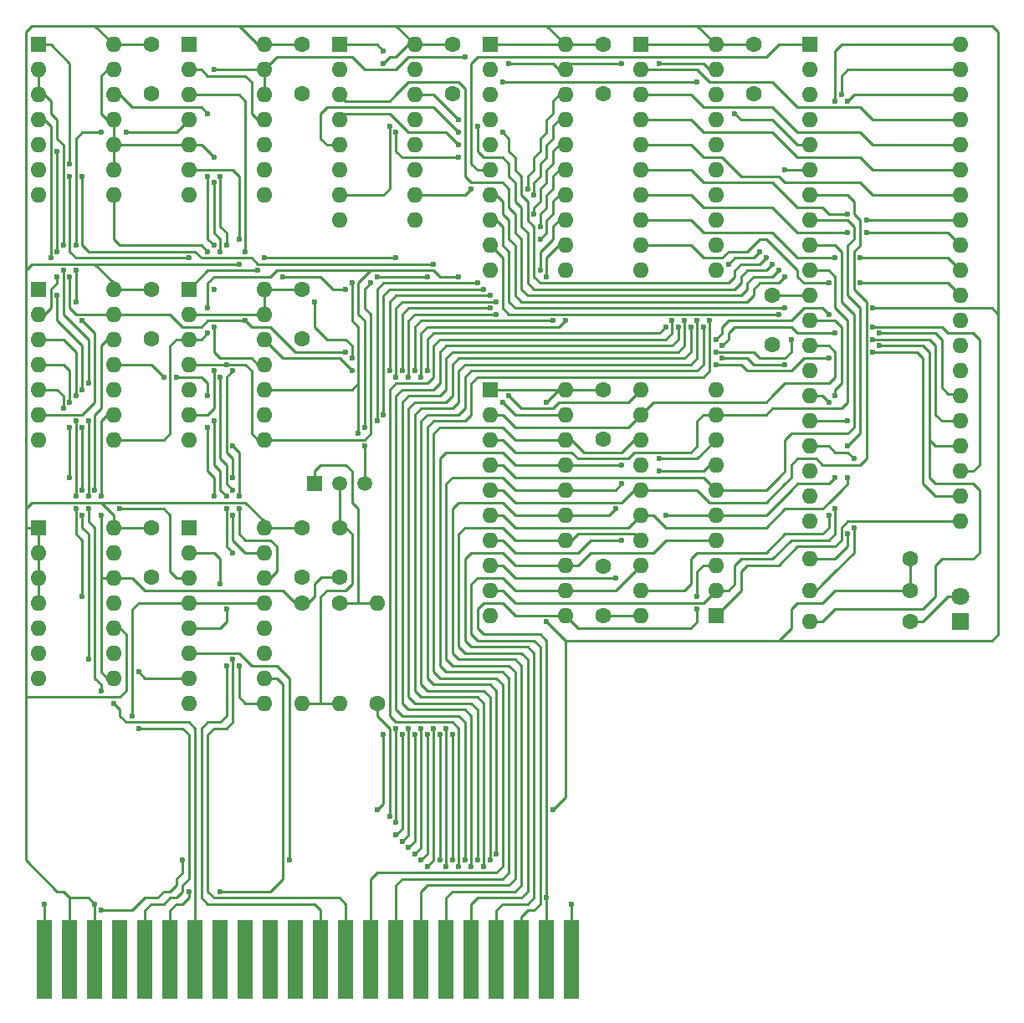
<source format=gtl>
G04 #@! TF.FileFunction,Copper,L1,Top,Signal*
%FSLAX46Y46*%
G04 Gerber Fmt 4.6, Leading zero omitted, Abs format (unit mm)*
G04 Created by KiCad (PCBNEW 4.0.7) date 07/03/19 12:58:59*
%MOMM*%
%LPD*%
G01*
G04 APERTURE LIST*
%ADD10C,0.100000*%
%ADD11C,1.600000*%
%ADD12O,1.600000X1.600000*%
%ADD13R,1.524000X8.000000*%
%ADD14C,1.520000*%
%ADD15R,1.520000X1.520000*%
%ADD16R,1.600000X1.600000*%
%ADD17R,1.800000X1.800000*%
%ADD18C,1.800000*%
%ADD19C,0.600000*%
%ADD20C,0.250000*%
G04 APERTURE END LIST*
D10*
D11*
X226695000Y-118110000D03*
D12*
X216535000Y-118110000D03*
D11*
X165100000Y-111760000D03*
X165100000Y-116760000D03*
X195580000Y-120650000D03*
X195580000Y-115650000D03*
X165100000Y-87630000D03*
X165100000Y-92630000D03*
X149860000Y-62865000D03*
X149860000Y-67865000D03*
X195580000Y-97790000D03*
X195580000Y-102790000D03*
X168910000Y-111760000D03*
X168910000Y-116760000D03*
X165100000Y-62865000D03*
X165100000Y-67865000D03*
X180340000Y-62865000D03*
X180340000Y-67865000D03*
X210820000Y-62865000D03*
X210820000Y-67865000D03*
D13*
X139065000Y-155446726D03*
X146685000Y-155446726D03*
X149225000Y-155446726D03*
X151765000Y-155446726D03*
X154305000Y-155446726D03*
X156845000Y-155446726D03*
X159385000Y-155446726D03*
X161925000Y-155446726D03*
X164465000Y-155446726D03*
X169545000Y-155446726D03*
X172085000Y-155446726D03*
X167005000Y-155446726D03*
X141605000Y-155446726D03*
X144145000Y-155446726D03*
X174625000Y-155446726D03*
X177165000Y-155446726D03*
X179705000Y-155446726D03*
X182245000Y-155446726D03*
X184785000Y-155446726D03*
X187325000Y-155446726D03*
X189865000Y-155446726D03*
X192405000Y-155446726D03*
D14*
X168910000Y-107315000D03*
X171450000Y-107315000D03*
D15*
X166370000Y-107315000D03*
D11*
X172720000Y-129540000D03*
D12*
X172720000Y-119380000D03*
D11*
X168910000Y-119380000D03*
D12*
X168910000Y-129540000D03*
D11*
X165100000Y-119380000D03*
D12*
X165100000Y-129540000D03*
D11*
X226695000Y-114935000D03*
D12*
X216535000Y-114935000D03*
D16*
X138430000Y-111760000D03*
D12*
X146050000Y-127000000D03*
X138430000Y-114300000D03*
X146050000Y-124460000D03*
X138430000Y-116840000D03*
X146050000Y-121920000D03*
X138430000Y-119380000D03*
X146050000Y-119380000D03*
X138430000Y-121920000D03*
X146050000Y-116840000D03*
X138430000Y-124460000D03*
X146050000Y-114300000D03*
X138430000Y-127000000D03*
X146050000Y-111760000D03*
D16*
X138430000Y-87630000D03*
D12*
X146050000Y-102870000D03*
X138430000Y-90170000D03*
X146050000Y-100330000D03*
X138430000Y-92710000D03*
X146050000Y-97790000D03*
X138430000Y-95250000D03*
X146050000Y-95250000D03*
X138430000Y-97790000D03*
X146050000Y-92710000D03*
X138430000Y-100330000D03*
X146050000Y-90170000D03*
X138430000Y-102870000D03*
X146050000Y-87630000D03*
D16*
X153670000Y-111760000D03*
D12*
X161290000Y-129540000D03*
X153670000Y-114300000D03*
X161290000Y-127000000D03*
X153670000Y-116840000D03*
X161290000Y-124460000D03*
X153670000Y-119380000D03*
X161290000Y-121920000D03*
X153670000Y-121920000D03*
X161290000Y-119380000D03*
X153670000Y-124460000D03*
X161290000Y-116840000D03*
X153670000Y-127000000D03*
X161290000Y-114300000D03*
X153670000Y-129540000D03*
X161290000Y-111760000D03*
D16*
X207010000Y-120650000D03*
D12*
X199390000Y-97790000D03*
X207010000Y-118110000D03*
X199390000Y-100330000D03*
X207010000Y-115570000D03*
X199390000Y-102870000D03*
X207010000Y-113030000D03*
X199390000Y-105410000D03*
X207010000Y-110490000D03*
X199390000Y-107950000D03*
X207010000Y-107950000D03*
X199390000Y-110490000D03*
X207010000Y-105410000D03*
X199390000Y-113030000D03*
X207010000Y-102870000D03*
X199390000Y-115570000D03*
X207010000Y-100330000D03*
X199390000Y-118110000D03*
X207010000Y-97790000D03*
X199390000Y-120650000D03*
D16*
X153670000Y-87630000D03*
D12*
X161290000Y-102870000D03*
X153670000Y-90170000D03*
X161290000Y-100330000D03*
X153670000Y-92710000D03*
X161290000Y-97790000D03*
X153670000Y-95250000D03*
X161290000Y-95250000D03*
X153670000Y-97790000D03*
X161290000Y-92710000D03*
X153670000Y-100330000D03*
X161290000Y-90170000D03*
X153670000Y-102870000D03*
X161290000Y-87630000D03*
D16*
X138430000Y-62865000D03*
D12*
X146050000Y-78105000D03*
X138430000Y-65405000D03*
X146050000Y-75565000D03*
X138430000Y-67945000D03*
X146050000Y-73025000D03*
X138430000Y-70485000D03*
X146050000Y-70485000D03*
X138430000Y-73025000D03*
X146050000Y-67945000D03*
X138430000Y-75565000D03*
X146050000Y-65405000D03*
X138430000Y-78105000D03*
X146050000Y-62865000D03*
D16*
X184150000Y-97790000D03*
D12*
X191770000Y-120650000D03*
X184150000Y-100330000D03*
X191770000Y-118110000D03*
X184150000Y-102870000D03*
X191770000Y-115570000D03*
X184150000Y-105410000D03*
X191770000Y-113030000D03*
X184150000Y-107950000D03*
X191770000Y-110490000D03*
X184150000Y-110490000D03*
X191770000Y-107950000D03*
X184150000Y-113030000D03*
X191770000Y-105410000D03*
X184150000Y-115570000D03*
X191770000Y-102870000D03*
X184150000Y-118110000D03*
X191770000Y-100330000D03*
X184150000Y-120650000D03*
X191770000Y-97790000D03*
D16*
X153670000Y-62865000D03*
D12*
X161290000Y-78105000D03*
X153670000Y-65405000D03*
X161290000Y-75565000D03*
X153670000Y-67945000D03*
X161290000Y-73025000D03*
X153670000Y-70485000D03*
X161290000Y-70485000D03*
X153670000Y-73025000D03*
X161290000Y-67945000D03*
X153670000Y-75565000D03*
X161290000Y-65405000D03*
X153670000Y-78105000D03*
X161290000Y-62865000D03*
D16*
X168910000Y-62865000D03*
D12*
X176530000Y-80645000D03*
X168910000Y-65405000D03*
X176530000Y-78105000D03*
X168910000Y-67945000D03*
X176530000Y-75565000D03*
X168910000Y-70485000D03*
X176530000Y-73025000D03*
X168910000Y-73025000D03*
X176530000Y-70485000D03*
X168910000Y-75565000D03*
X176530000Y-67945000D03*
X168910000Y-78105000D03*
X176530000Y-65405000D03*
X168910000Y-80645000D03*
X176530000Y-62865000D03*
D16*
X199390000Y-62865000D03*
D12*
X207010000Y-85725000D03*
X199390000Y-65405000D03*
X207010000Y-83185000D03*
X199390000Y-67945000D03*
X207010000Y-80645000D03*
X199390000Y-70485000D03*
X207010000Y-78105000D03*
X199390000Y-73025000D03*
X207010000Y-75565000D03*
X199390000Y-75565000D03*
X207010000Y-73025000D03*
X199390000Y-78105000D03*
X207010000Y-70485000D03*
X199390000Y-80645000D03*
X207010000Y-67945000D03*
X199390000Y-83185000D03*
X207010000Y-65405000D03*
X199390000Y-85725000D03*
X207010000Y-62865000D03*
D16*
X216535000Y-62865000D03*
D12*
X231775000Y-111125000D03*
X216535000Y-65405000D03*
X231775000Y-108585000D03*
X216535000Y-67945000D03*
X231775000Y-106045000D03*
X216535000Y-70485000D03*
X231775000Y-103505000D03*
X216535000Y-73025000D03*
X231775000Y-100965000D03*
X216535000Y-75565000D03*
X231775000Y-98425000D03*
X216535000Y-78105000D03*
X231775000Y-95885000D03*
X216535000Y-80645000D03*
X231775000Y-93345000D03*
X216535000Y-83185000D03*
X231775000Y-90805000D03*
X216535000Y-85725000D03*
X231775000Y-88265000D03*
X216535000Y-88265000D03*
X231775000Y-85725000D03*
X216535000Y-90805000D03*
X231775000Y-83185000D03*
X216535000Y-93345000D03*
X231775000Y-80645000D03*
X216535000Y-95885000D03*
X231775000Y-78105000D03*
X216535000Y-98425000D03*
X231775000Y-75565000D03*
X216535000Y-100965000D03*
X231775000Y-73025000D03*
X216535000Y-103505000D03*
X231775000Y-70485000D03*
X216535000Y-106045000D03*
X231775000Y-67945000D03*
X216535000Y-108585000D03*
X231775000Y-65405000D03*
X216535000Y-111125000D03*
X231775000Y-62865000D03*
D16*
X184150000Y-62865000D03*
D12*
X191770000Y-85725000D03*
X184150000Y-65405000D03*
X191770000Y-83185000D03*
X184150000Y-67945000D03*
X191770000Y-80645000D03*
X184150000Y-70485000D03*
X191770000Y-78105000D03*
X184150000Y-73025000D03*
X191770000Y-75565000D03*
X184150000Y-75565000D03*
X191770000Y-73025000D03*
X184150000Y-78105000D03*
X191770000Y-70485000D03*
X184150000Y-80645000D03*
X191770000Y-67945000D03*
X184150000Y-83185000D03*
X191770000Y-65405000D03*
X184150000Y-85725000D03*
X191770000Y-62865000D03*
D11*
X212725000Y-88265000D03*
X212725000Y-93265000D03*
X195580000Y-62865000D03*
X195580000Y-67865000D03*
X149860000Y-87630000D03*
X149860000Y-92630000D03*
X149860000Y-111760000D03*
X149860000Y-116760000D03*
D17*
X231775000Y-121285000D03*
D18*
X231775000Y-118745000D03*
D11*
X226695000Y-121285000D03*
D12*
X216535000Y-121285000D03*
D19*
X158750000Y-85090000D03*
X173990000Y-71120000D03*
X222885000Y-89535000D03*
X190500000Y-140335000D03*
X144145000Y-149860000D03*
X173990000Y-140970000D03*
X173355000Y-64770000D03*
X189865000Y-99060000D03*
X189865000Y-121285000D03*
X139065000Y-149860000D03*
X192405000Y-149860000D03*
X148590000Y-132080000D03*
X147955000Y-130810000D03*
X163830000Y-145415000D03*
X153670000Y-148590000D03*
X144780000Y-128270000D03*
X142875000Y-97790000D03*
X143510000Y-100965000D03*
X143510000Y-108585000D03*
X143510000Y-109855000D03*
X146050000Y-129540000D03*
X140335000Y-88265000D03*
X158115000Y-125095000D03*
X158115000Y-114300000D03*
X157480000Y-109855000D03*
X157480000Y-108585000D03*
X156210000Y-87630000D03*
X155575000Y-83820000D03*
X156210000Y-100965000D03*
X156845000Y-117475000D03*
X157480000Y-125730000D03*
X201295000Y-104775000D03*
X197485000Y-105410000D03*
X201295000Y-106045000D03*
X197485000Y-107315000D03*
X196850000Y-109855000D03*
X189865000Y-149225000D03*
X174625000Y-141605000D03*
X170180000Y-95885000D03*
X174625000Y-132080000D03*
X205105000Y-118745000D03*
X205105000Y-120015000D03*
X172720000Y-100965000D03*
X174625000Y-142875000D03*
X182880000Y-86995000D03*
X187960000Y-77470000D03*
X175260000Y-132715000D03*
X173355000Y-100330000D03*
X175895000Y-132080000D03*
X175260000Y-143510000D03*
X183515000Y-87630000D03*
X188595000Y-78105000D03*
X175895000Y-144145000D03*
X176530000Y-132715000D03*
X173990000Y-95885000D03*
X184150000Y-88265000D03*
X188595000Y-80010000D03*
X176530000Y-144780000D03*
X177165000Y-132080000D03*
X174625000Y-96520000D03*
X184785000Y-88900000D03*
X189230000Y-81280000D03*
X177165000Y-145415000D03*
X177800000Y-132715000D03*
X175260000Y-95885000D03*
X184150000Y-89535000D03*
X189230000Y-82550000D03*
X189230000Y-85725000D03*
X184785000Y-90170000D03*
X175895000Y-96520000D03*
X178435000Y-132080000D03*
X177800000Y-146050000D03*
X170180000Y-86995000D03*
X207645000Y-93345000D03*
X223520000Y-92075000D03*
X219075000Y-92075000D03*
X177800000Y-86360000D03*
X172720000Y-86360000D03*
X153035000Y-145415000D03*
X172720000Y-140335000D03*
X173355000Y-132715000D03*
X170815000Y-102235000D03*
X144780000Y-150495000D03*
X156845000Y-148590000D03*
X203835000Y-90805000D03*
X182245000Y-146050000D03*
X204470000Y-91440000D03*
X182880000Y-145415000D03*
X205105000Y-90805000D03*
X183515000Y-146050000D03*
X205740000Y-91440000D03*
X184150000Y-145415000D03*
X206375000Y-90805000D03*
X184785000Y-144780000D03*
X180340000Y-132715000D03*
X180340000Y-145415000D03*
X201930000Y-91440000D03*
X177800000Y-95885000D03*
X202565000Y-90805000D03*
X180975000Y-146050000D03*
X203200000Y-91440000D03*
X181610000Y-145415000D03*
X191770000Y-90805000D03*
X177165000Y-96520000D03*
X179705000Y-132080000D03*
X179705000Y-146050000D03*
X190500000Y-90805000D03*
X189865000Y-86360000D03*
X176530000Y-95885000D03*
X179070000Y-132715000D03*
X179070000Y-145415000D03*
X180975000Y-86360000D03*
X171450000Y-103505000D03*
X171450000Y-101600000D03*
X155575000Y-92075000D03*
X155575000Y-89535000D03*
X213995000Y-75565000D03*
X208280000Y-85090000D03*
X211455000Y-83820000D03*
X220345000Y-112395000D03*
X220980000Y-104775000D03*
X220345000Y-100965000D03*
X220980000Y-111760000D03*
X142875000Y-118745000D03*
X142240000Y-109855000D03*
X142240000Y-108585000D03*
X142240000Y-100965000D03*
X141605000Y-99060000D03*
X144145000Y-107950000D03*
X140335000Y-86360000D03*
X139700000Y-84455000D03*
X148590000Y-126365000D03*
X142240000Y-98425000D03*
X142875000Y-101600000D03*
X142875000Y-107950000D03*
X142875000Y-110490000D03*
X143510000Y-125095000D03*
X140970000Y-85725000D03*
X143510000Y-97155000D03*
X140335000Y-83820000D03*
X140335000Y-73660000D03*
X152400000Y-96520000D03*
X151130000Y-96520000D03*
X155575000Y-101600000D03*
X155575000Y-98425000D03*
X156210000Y-108585000D03*
X157480000Y-120015000D03*
X140970000Y-99695000D03*
X141605000Y-101600000D03*
X146685000Y-109855000D03*
X141605000Y-106680000D03*
X142240000Y-85725000D03*
X142875000Y-90805000D03*
X142240000Y-88900000D03*
X147320000Y-71755000D03*
X144780000Y-71755000D03*
X142240000Y-83185000D03*
X140970000Y-83185000D03*
X141605000Y-86360000D03*
X158115000Y-106680000D03*
X158750000Y-125730000D03*
X159385000Y-90805000D03*
X158115000Y-95885000D03*
X169545000Y-93980000D03*
X186055000Y-98425000D03*
X158115000Y-103505000D03*
X158750000Y-109855000D03*
X158750000Y-108585000D03*
X201295000Y-64770000D03*
X197485000Y-64770000D03*
X158115000Y-107950000D03*
X158115000Y-110490000D03*
X156845000Y-83820000D03*
X156845000Y-96520000D03*
X156210000Y-76835000D03*
X156210000Y-65405000D03*
X155575000Y-69850000D03*
X186055000Y-64770000D03*
X181610000Y-64135000D03*
X219075000Y-109855000D03*
X219075000Y-106680000D03*
X219075000Y-98425000D03*
X201930000Y-110490000D03*
X197485000Y-113030000D03*
X220345000Y-103505000D03*
X220345000Y-106680000D03*
X218440000Y-110490000D03*
X218440000Y-99060000D03*
X196850000Y-116840000D03*
X207010000Y-95250000D03*
X222885000Y-93980000D03*
X218440000Y-94615000D03*
X169545000Y-87630000D03*
X160655000Y-85725000D03*
X163195000Y-86360000D03*
X223520000Y-93345000D03*
X157480000Y-95250000D03*
X157480000Y-83185000D03*
X156845000Y-76200000D03*
X156210000Y-74295000D03*
X207645000Y-94615000D03*
X213995000Y-95250000D03*
X172085000Y-86995000D03*
X153670000Y-84455000D03*
X156210000Y-91440000D03*
X141605000Y-76200000D03*
X156210000Y-95885000D03*
X156210000Y-83185000D03*
X155575000Y-76200000D03*
X178435000Y-85090000D03*
X218440000Y-90170000D03*
X222885000Y-91440000D03*
X207010000Y-92710000D03*
X142875000Y-76200000D03*
X141605000Y-74930000D03*
X166370000Y-88900000D03*
X159385000Y-83820000D03*
X170180000Y-94615000D03*
X185420000Y-99060000D03*
X207010000Y-93980000D03*
X222885000Y-92710000D03*
X214630000Y-92710000D03*
X161290000Y-84455000D03*
X158750000Y-82550000D03*
X174625000Y-84455000D03*
X174625000Y-71755000D03*
X180975000Y-74295000D03*
X173355000Y-63500000D03*
X182245000Y-77470000D03*
X213360000Y-85725000D03*
X180975000Y-73025000D03*
X205105000Y-66675000D03*
X208915000Y-69850000D03*
X185420000Y-66675000D03*
X180975000Y-71755000D03*
X212090000Y-84455000D03*
X185420000Y-71755000D03*
X180975000Y-70485000D03*
X182880000Y-71120000D03*
X212725000Y-85090000D03*
X220345000Y-80010000D03*
X222250000Y-80645000D03*
X222250000Y-81915000D03*
X220345000Y-81915000D03*
X219075000Y-84455000D03*
X221615000Y-84455000D03*
X218440000Y-86995000D03*
X221615000Y-86995000D03*
X213360000Y-90170000D03*
X220345000Y-68580000D03*
X213995000Y-89535000D03*
X219710000Y-67945000D03*
X213995000Y-86360000D03*
X219075000Y-68580000D03*
X144780000Y-108585000D03*
X144780000Y-110490000D03*
D20*
X226695000Y-118110000D02*
X219075000Y-118110000D01*
X219075000Y-118110000D02*
X217805000Y-119380000D01*
X213360000Y-123190000D02*
X214630000Y-121920000D01*
X214630000Y-121920000D02*
X214630000Y-120015000D01*
X214630000Y-120015000D02*
X215265000Y-119380000D01*
X215265000Y-119380000D02*
X217805000Y-119380000D01*
X226695000Y-118745000D02*
X226695000Y-118110000D01*
X226695000Y-118110000D02*
X226695000Y-114935000D01*
X172085000Y-78105000D02*
X173355000Y-78105000D01*
X173990000Y-77470000D02*
X173990000Y-71120000D01*
X173355000Y-78105000D02*
X173990000Y-77470000D01*
X224155000Y-89535000D02*
X222885000Y-89535000D01*
X235585000Y-90170000D02*
X234950000Y-89535000D01*
X234950000Y-89535000D02*
X224155000Y-89535000D01*
X190500000Y-140335000D02*
X191770000Y-139065000D01*
X144780000Y-109220000D02*
X145415000Y-109855000D01*
X145415000Y-109855000D02*
X146050000Y-110490000D01*
X146050000Y-121920000D02*
X146685000Y-121920000D01*
X146685000Y-121920000D02*
X147320000Y-122555000D01*
X147320000Y-128270000D02*
X146685000Y-128905000D01*
X147320000Y-122555000D02*
X147320000Y-128270000D01*
X173990000Y-140335000D02*
X173990000Y-140970000D01*
X173990000Y-132080000D02*
X173990000Y-140335000D01*
X173990000Y-132080000D02*
X172720000Y-130810000D01*
X172720000Y-130810000D02*
X172720000Y-129540000D01*
X153035000Y-85090000D02*
X144145000Y-85090000D01*
X153035000Y-85090000D02*
X158750000Y-85090000D01*
X168910000Y-78105000D02*
X172085000Y-78105000D01*
X174625000Y-64135000D02*
X175895000Y-62865000D01*
X173990000Y-64135000D02*
X174625000Y-64135000D01*
X173355000Y-64770000D02*
X173990000Y-64135000D01*
X175895000Y-62865000D02*
X176530000Y-62865000D01*
X146050000Y-111760000D02*
X146050000Y-110490000D01*
X138430000Y-111760000D02*
X137160000Y-111760000D01*
X146685000Y-128905000D02*
X137160000Y-128905000D01*
X146050000Y-87630000D02*
X146050000Y-86995000D01*
X146050000Y-86995000D02*
X144145000Y-85090000D01*
X137795000Y-85090000D02*
X137160000Y-85725000D01*
X144145000Y-85090000D02*
X137795000Y-85090000D01*
X143510000Y-109220000D02*
X137795000Y-109220000D01*
X144145000Y-109220000D02*
X143510000Y-109220000D01*
X137795000Y-109220000D02*
X137160000Y-109855000D01*
X146050000Y-111760000D02*
X146050000Y-111125000D01*
X161290000Y-111760000D02*
X161290000Y-111125000D01*
X161290000Y-111125000D02*
X159385000Y-109220000D01*
X159385000Y-109220000D02*
X145415000Y-109220000D01*
X145415000Y-109220000D02*
X144780000Y-109220000D01*
X144780000Y-109220000D02*
X144145000Y-109220000D01*
X138430000Y-111760000D02*
X138430000Y-114300000D01*
X138430000Y-114300000D02*
X138430000Y-116840000D01*
X138430000Y-116840000D02*
X138430000Y-119380000D01*
X191770000Y-123190000D02*
X191770000Y-139065000D01*
X207010000Y-62865000D02*
X205105000Y-60960000D01*
X191770000Y-62865000D02*
X189865000Y-60960000D01*
X176530000Y-62865000D02*
X174625000Y-60960000D01*
X174625000Y-60960000D02*
X175260000Y-60960000D01*
X161290000Y-62865000D02*
X160655000Y-62865000D01*
X160655000Y-62865000D02*
X158750000Y-60960000D01*
X144145000Y-60960000D02*
X147955000Y-60960000D01*
X137160000Y-107950000D02*
X137160000Y-85725000D01*
X137160000Y-85725000D02*
X137160000Y-61595000D01*
X137160000Y-109855000D02*
X137160000Y-107950000D01*
X137795000Y-60960000D02*
X144145000Y-60960000D01*
X137160000Y-61595000D02*
X137795000Y-60960000D01*
X137160000Y-111760000D02*
X137160000Y-109855000D01*
X140335000Y-148590000D02*
X137160000Y-145415000D01*
X137160000Y-145415000D02*
X137160000Y-128905000D01*
X137160000Y-128905000D02*
X137160000Y-119380000D01*
X137160000Y-119380000D02*
X137160000Y-111760000D01*
X141605000Y-149225000D02*
X140970000Y-148590000D01*
X140970000Y-148590000D02*
X140335000Y-148590000D01*
X144145000Y-60960000D02*
X146050000Y-62865000D01*
X144145000Y-155446726D02*
X144145000Y-149860000D01*
X143510000Y-149225000D02*
X141605000Y-149225000D01*
X144145000Y-149860000D02*
X143510000Y-149225000D01*
X141605000Y-155446726D02*
X141605000Y-149225000D01*
X146050000Y-111760000D02*
X149860000Y-111760000D01*
X161290000Y-111760000D02*
X165100000Y-111760000D01*
X146050000Y-87630000D02*
X149860000Y-87630000D01*
X161290000Y-90170000D02*
X153670000Y-90170000D01*
X161290000Y-87630000D02*
X161290000Y-90170000D01*
X161290000Y-87630000D02*
X165100000Y-87630000D01*
X161290000Y-62865000D02*
X165100000Y-62865000D01*
X146050000Y-62865000D02*
X149860000Y-62865000D01*
X163195000Y-60960000D02*
X158750000Y-60960000D01*
X175260000Y-60960000D02*
X163195000Y-60960000D01*
X158750000Y-60960000D02*
X147955000Y-60960000D01*
X178435000Y-60960000D02*
X175260000Y-60960000D01*
X189865000Y-60960000D02*
X178435000Y-60960000D01*
X195580000Y-123190000D02*
X191770000Y-123190000D01*
X189865000Y-99060000D02*
X191135000Y-97790000D01*
X189865000Y-99060000D02*
X189865000Y-99060000D01*
X191770000Y-123190000D02*
X189865000Y-121285000D01*
X191135000Y-97790000D02*
X191770000Y-97790000D01*
X193675000Y-60960000D02*
X189865000Y-60960000D01*
X205105000Y-60960000D02*
X193675000Y-60960000D01*
X208915000Y-60960000D02*
X205105000Y-60960000D01*
X235585000Y-61595000D02*
X234950000Y-60960000D01*
X234950000Y-60960000D02*
X208915000Y-60960000D01*
X235585000Y-90170000D02*
X235585000Y-61595000D01*
X198755000Y-123190000D02*
X199390000Y-123190000D01*
X195580000Y-123190000D02*
X198755000Y-123190000D01*
X199390000Y-123190000D02*
X213360000Y-123190000D01*
X213360000Y-123190000D02*
X227330000Y-123190000D01*
X227330000Y-123190000D02*
X227965000Y-123190000D01*
X227965000Y-123190000D02*
X234950000Y-123190000D01*
X235585000Y-122555000D02*
X235585000Y-90170000D01*
X234950000Y-123190000D02*
X235585000Y-122555000D01*
X195580000Y-97790000D02*
X196215000Y-97790000D01*
X195580000Y-120650000D02*
X199390000Y-120650000D01*
X184150000Y-97790000D02*
X191770000Y-97790000D01*
X212725000Y-88265000D02*
X214630000Y-88265000D01*
X214630000Y-88265000D02*
X216535000Y-88265000D01*
X176530000Y-62865000D02*
X180340000Y-62865000D01*
X207010000Y-62865000D02*
X210820000Y-62865000D01*
X199390000Y-62865000D02*
X207010000Y-62865000D01*
X184150000Y-62865000D02*
X191770000Y-62865000D01*
X195580000Y-62865000D02*
X191770000Y-62865000D01*
X195580000Y-97790000D02*
X191770000Y-97790000D01*
X139065000Y-155446726D02*
X139065000Y-149860000D01*
X192405000Y-155446726D02*
X192405000Y-149860000D01*
X149225000Y-119380000D02*
X148590000Y-119380000D01*
X148590000Y-132080000D02*
X149225000Y-132080000D01*
X147955000Y-120015000D02*
X147955000Y-130810000D01*
X148590000Y-119380000D02*
X147955000Y-120015000D01*
X153670000Y-146050000D02*
X153670000Y-132715000D01*
X153035000Y-147955000D02*
X153670000Y-147320000D01*
X153670000Y-147320000D02*
X153670000Y-146050000D01*
X153035000Y-148590000D02*
X153035000Y-147955000D01*
X153035000Y-132080000D02*
X152400000Y-132080000D01*
X153670000Y-132715000D02*
X153035000Y-132080000D01*
X149225000Y-132080000D02*
X152400000Y-132080000D01*
X149225000Y-119380000D02*
X153670000Y-119380000D01*
X149225000Y-155446726D02*
X149225000Y-150495000D01*
X149860000Y-149860000D02*
X151130000Y-149860000D01*
X151130000Y-149860000D02*
X151765000Y-149225000D01*
X151765000Y-149225000D02*
X152400000Y-149225000D01*
X152400000Y-149225000D02*
X153035000Y-148590000D01*
X149225000Y-150495000D02*
X149860000Y-149860000D01*
X153670000Y-119380000D02*
X161290000Y-119380000D01*
X163830000Y-136525000D02*
X163830000Y-127000000D01*
X158750000Y-124460000D02*
X160020000Y-125730000D01*
X160020000Y-125730000D02*
X162560000Y-125730000D01*
X162560000Y-125730000D02*
X163830000Y-127000000D01*
X153670000Y-124460000D02*
X158750000Y-124460000D01*
X163830000Y-136525000D02*
X163830000Y-145415000D01*
X151765000Y-150495000D02*
X152400000Y-149860000D01*
X153670000Y-149225000D02*
X153670000Y-148590000D01*
X153035000Y-149860000D02*
X153670000Y-149225000D01*
X152400000Y-149860000D02*
X153035000Y-149860000D01*
X151765000Y-155446726D02*
X151765000Y-150495000D01*
X146050000Y-129540000D02*
X146685000Y-130175000D01*
X146685000Y-130810000D02*
X147320000Y-131445000D01*
X146685000Y-130175000D02*
X146685000Y-130810000D01*
X147320000Y-131445000D02*
X149225000Y-131445000D01*
X154305000Y-132080000D02*
X153670000Y-131445000D01*
X153670000Y-131445000D02*
X149225000Y-131445000D01*
X154305000Y-132080000D02*
X154305000Y-139065000D01*
X144780000Y-127635000D02*
X144780000Y-128270000D01*
X140970000Y-91440000D02*
X142875000Y-93345000D01*
X142875000Y-93345000D02*
X142875000Y-97790000D01*
X143510000Y-100965000D02*
X143510000Y-108585000D01*
X143510000Y-109855000D02*
X143510000Y-111125000D01*
X143510000Y-111125000D02*
X144145000Y-111760000D01*
X144145000Y-111760000D02*
X144145000Y-127000000D01*
X144145000Y-127000000D02*
X144780000Y-127635000D01*
X140335000Y-88265000D02*
X140335000Y-90805000D01*
X140335000Y-90805000D02*
X140970000Y-91440000D01*
X154305000Y-139065000D02*
X154305000Y-145415000D01*
X154305000Y-155446726D02*
X154305000Y-145415000D01*
X156845000Y-107950000D02*
X157480000Y-108585000D01*
X157480000Y-132080000D02*
X156845000Y-132080000D01*
X158115000Y-131445000D02*
X157480000Y-132080000D01*
X158115000Y-125095000D02*
X158115000Y-131445000D01*
X158115000Y-114300000D02*
X158115000Y-114300000D01*
X157480000Y-113665000D02*
X158115000Y-114300000D01*
X157480000Y-109855000D02*
X157480000Y-113665000D01*
X155575000Y-132715000D02*
X156210000Y-132080000D01*
X156210000Y-132080000D02*
X156845000Y-132080000D01*
X146050000Y-78105000D02*
X146050000Y-82550000D01*
X154940000Y-83185000D02*
X155575000Y-83820000D01*
X146685000Y-83185000D02*
X154940000Y-83185000D01*
X146050000Y-82550000D02*
X146685000Y-83185000D01*
X156210000Y-105410000D02*
X156210000Y-100965000D01*
X156845000Y-107950000D02*
X156845000Y-106045000D01*
X156210000Y-105410000D02*
X156845000Y-106045000D01*
X169545000Y-149860000D02*
X168910000Y-149225000D01*
X168910000Y-149225000D02*
X156210000Y-149225000D01*
X156210000Y-149225000D02*
X155575000Y-148590000D01*
X155575000Y-148590000D02*
X155575000Y-142875000D01*
X169545000Y-149860000D02*
X169545000Y-155446726D01*
X155575000Y-132715000D02*
X155575000Y-142875000D01*
X199390000Y-102870000D02*
X198755000Y-102870000D01*
X198755000Y-102870000D02*
X197485000Y-104140000D01*
X193675000Y-104140000D02*
X197485000Y-104140000D01*
X192405000Y-102870000D02*
X193675000Y-104140000D01*
X185420000Y-146050000D02*
X185420000Y-127635000D01*
X172085000Y-147320000D02*
X172720000Y-146685000D01*
X172720000Y-146685000D02*
X184785000Y-146685000D01*
X184785000Y-146685000D02*
X185420000Y-146050000D01*
X172085000Y-155446726D02*
X172085000Y-147320000D01*
X186690000Y-102870000D02*
X191770000Y-102870000D01*
X185420000Y-101600000D02*
X186690000Y-102870000D01*
X179070000Y-101600000D02*
X185420000Y-101600000D01*
X178435000Y-102235000D02*
X179070000Y-101600000D01*
X178435000Y-126365000D02*
X178435000Y-102235000D01*
X179070000Y-127000000D02*
X178435000Y-126365000D01*
X184785000Y-127000000D02*
X179070000Y-127000000D01*
X185420000Y-127635000D02*
X184785000Y-127000000D01*
X191770000Y-102870000D02*
X192405000Y-102870000D01*
X156210000Y-131445000D02*
X156845000Y-131445000D01*
X156210000Y-114300000D02*
X155575000Y-114300000D01*
X156845000Y-114935000D02*
X156210000Y-114300000D01*
X156845000Y-117475000D02*
X156845000Y-114935000D01*
X157480000Y-130810000D02*
X157480000Y-125730000D01*
X156845000Y-131445000D02*
X157480000Y-130810000D01*
X153670000Y-114300000D02*
X155575000Y-114300000D01*
X167005000Y-150495000D02*
X167005000Y-155446726D01*
X154940000Y-149225000D02*
X154940000Y-145415000D01*
X155575000Y-149860000D02*
X154940000Y-149225000D01*
X166370000Y-149860000D02*
X155575000Y-149860000D01*
X167005000Y-150495000D02*
X166370000Y-149860000D01*
X154940000Y-145415000D02*
X154940000Y-132080000D01*
X155575000Y-131445000D02*
X154940000Y-132080000D01*
X156210000Y-131445000D02*
X155575000Y-131445000D01*
X153035000Y-114300000D02*
X153670000Y-114300000D01*
X191770000Y-105410000D02*
X197485000Y-105410000D01*
X205105000Y-104775000D02*
X207010000Y-102870000D01*
X201295000Y-104775000D02*
X205105000Y-104775000D01*
X179070000Y-123190000D02*
X179070000Y-125730000D01*
X175260000Y-147320000D02*
X174625000Y-147955000D01*
X185420000Y-147320000D02*
X175260000Y-147320000D01*
X186055000Y-146685000D02*
X185420000Y-147320000D01*
X186055000Y-127000000D02*
X186055000Y-146685000D01*
X185420000Y-126365000D02*
X186055000Y-127000000D01*
X179705000Y-126365000D02*
X185420000Y-126365000D01*
X179070000Y-125730000D02*
X179705000Y-126365000D01*
X174625000Y-155446726D02*
X174625000Y-147955000D01*
X186690000Y-105410000D02*
X191770000Y-105410000D01*
X185420000Y-104140000D02*
X186690000Y-105410000D01*
X179705000Y-104140000D02*
X185420000Y-104140000D01*
X179070000Y-104775000D02*
X179705000Y-104140000D01*
X179070000Y-123190000D02*
X179070000Y-104775000D01*
X191770000Y-107950000D02*
X196850000Y-107950000D01*
X205740000Y-106045000D02*
X206375000Y-105410000D01*
X201295000Y-106045000D02*
X205740000Y-106045000D01*
X196850000Y-107950000D02*
X197485000Y-107315000D01*
X206375000Y-105410000D02*
X207010000Y-105410000D01*
X179705000Y-123825000D02*
X179705000Y-125095000D01*
X177800000Y-147955000D02*
X177165000Y-148590000D01*
X186055000Y-147955000D02*
X177800000Y-147955000D01*
X186690000Y-147320000D02*
X186055000Y-147955000D01*
X186690000Y-126365000D02*
X186690000Y-147320000D01*
X186055000Y-125730000D02*
X186690000Y-126365000D01*
X180340000Y-125730000D02*
X186055000Y-125730000D01*
X179705000Y-125095000D02*
X180340000Y-125730000D01*
X179705000Y-123825000D02*
X179705000Y-107315000D01*
X177165000Y-155446726D02*
X177165000Y-148590000D01*
X179705000Y-107315000D02*
X180340000Y-106680000D01*
X191770000Y-107950000D02*
X186690000Y-107950000D01*
X185420000Y-106680000D02*
X180340000Y-106680000D01*
X186690000Y-107950000D02*
X185420000Y-106680000D01*
X196850000Y-109855000D02*
X196215000Y-110490000D01*
X196215000Y-110490000D02*
X195580000Y-110490000D01*
X180340000Y-124460000D02*
X180975000Y-125095000D01*
X180340000Y-148590000D02*
X179705000Y-149225000D01*
X182245000Y-148590000D02*
X180340000Y-148590000D01*
X186690000Y-148590000D02*
X182245000Y-148590000D01*
X187325000Y-147955000D02*
X186690000Y-148590000D01*
X187325000Y-125730000D02*
X187325000Y-147955000D01*
X186690000Y-125095000D02*
X187325000Y-125730000D01*
X180975000Y-125095000D02*
X186690000Y-125095000D01*
X179705000Y-155446726D02*
X179705000Y-149225000D01*
X186690000Y-110490000D02*
X185420000Y-109220000D01*
X186690000Y-110490000D02*
X191770000Y-110490000D01*
X180975000Y-109220000D02*
X185420000Y-109220000D01*
X180340000Y-109855000D02*
X180975000Y-109220000D01*
X180340000Y-124460000D02*
X180340000Y-109855000D01*
X191770000Y-110490000D02*
X195580000Y-110490000D01*
X191770000Y-113030000D02*
X192405000Y-113030000D01*
X192405000Y-113030000D02*
X193040000Y-112395000D01*
X198755000Y-112395000D02*
X199390000Y-113030000D01*
X193040000Y-112395000D02*
X198755000Y-112395000D01*
X182880000Y-149225000D02*
X187325000Y-149225000D01*
X181610000Y-111760000D02*
X180975000Y-112395000D01*
X180975000Y-112395000D02*
X180975000Y-123825000D01*
X180975000Y-123825000D02*
X181610000Y-124460000D01*
X182245000Y-155446726D02*
X182245000Y-149860000D01*
X186690000Y-113030000D02*
X191770000Y-113030000D01*
X186690000Y-113030000D02*
X185420000Y-111760000D01*
X185420000Y-111760000D02*
X181610000Y-111760000D01*
X187325000Y-124460000D02*
X187960000Y-125095000D01*
X187960000Y-125095000D02*
X187960000Y-148590000D01*
X187960000Y-148590000D02*
X187325000Y-149225000D01*
X182880000Y-149225000D02*
X182245000Y-149860000D01*
X181610000Y-124460000D02*
X187325000Y-124460000D01*
X191770000Y-113030000D02*
X191135000Y-113030000D01*
X198120000Y-114300000D02*
X194310000Y-114300000D01*
X198120000Y-114300000D02*
X200660000Y-114300000D01*
X201930000Y-113030000D02*
X200660000Y-114300000D01*
X207010000Y-113030000D02*
X201930000Y-113030000D01*
X193040000Y-115570000D02*
X191770000Y-115570000D01*
X194310000Y-114300000D02*
X193040000Y-115570000D01*
X184150000Y-123825000D02*
X187960000Y-123825000D01*
X185420000Y-149860000D02*
X184785000Y-150495000D01*
X187960000Y-149860000D02*
X185420000Y-149860000D01*
X188595000Y-149225000D02*
X187960000Y-149860000D01*
X188595000Y-124460000D02*
X188595000Y-149225000D01*
X187960000Y-123825000D02*
X188595000Y-124460000D01*
X184785000Y-155446726D02*
X184785000Y-150495000D01*
X181610000Y-114935000D02*
X182245000Y-114300000D01*
X181610000Y-123190000D02*
X181610000Y-114935000D01*
X182245000Y-123825000D02*
X181610000Y-123190000D01*
X184150000Y-123825000D02*
X182245000Y-123825000D01*
X191770000Y-115570000D02*
X186690000Y-115570000D01*
X186690000Y-115570000D02*
X185420000Y-114300000D01*
X185420000Y-114300000D02*
X182245000Y-114300000D01*
X184785000Y-155446726D02*
X184785000Y-151765000D01*
X199390000Y-115570000D02*
X196850000Y-118110000D01*
X186690000Y-123190000D02*
X188595000Y-123190000D01*
X187960000Y-150495000D02*
X187325000Y-151130000D01*
X188595000Y-150495000D02*
X187960000Y-150495000D01*
X189230000Y-149860000D02*
X188595000Y-150495000D01*
X189230000Y-123825000D02*
X189230000Y-149860000D01*
X188595000Y-123190000D02*
X189230000Y-123825000D01*
X187325000Y-155446726D02*
X187325000Y-151130000D01*
X182245000Y-117475000D02*
X182245000Y-122555000D01*
X182245000Y-122555000D02*
X182880000Y-123190000D01*
X182245000Y-117475000D02*
X182880000Y-116840000D01*
X186690000Y-123190000D02*
X182880000Y-123190000D01*
X191770000Y-118110000D02*
X186690000Y-118110000D01*
X185420000Y-116840000D02*
X182880000Y-116840000D01*
X186690000Y-118110000D02*
X185420000Y-116840000D01*
X191770000Y-118110000D02*
X196850000Y-118110000D01*
X174625000Y-139700000D02*
X174625000Y-132080000D01*
X174625000Y-141605000D02*
X174625000Y-139700000D01*
X163195000Y-94615000D02*
X161290000Y-92710000D01*
X168910000Y-94615000D02*
X163195000Y-94615000D01*
X170180000Y-95885000D02*
X168910000Y-94615000D01*
X201295000Y-121920000D02*
X204470000Y-121920000D01*
X191770000Y-120650000D02*
X193040000Y-121920000D01*
X201295000Y-121920000D02*
X193040000Y-121920000D01*
X205740000Y-115570000D02*
X207010000Y-115570000D01*
X205105000Y-116205000D02*
X205740000Y-115570000D01*
X205105000Y-118745000D02*
X205105000Y-116205000D01*
X205105000Y-121285000D02*
X205105000Y-120015000D01*
X204470000Y-121920000D02*
X205105000Y-121285000D01*
X183515000Y-119380000D02*
X182880000Y-120015000D01*
X189865000Y-123190000D02*
X189865000Y-149225000D01*
X189865000Y-149225000D02*
X189865000Y-155446726D01*
X189230000Y-122555000D02*
X189865000Y-123190000D01*
X183515000Y-122555000D02*
X189230000Y-122555000D01*
X182880000Y-121920000D02*
X183515000Y-122555000D01*
X182880000Y-120015000D02*
X182880000Y-121920000D01*
X191770000Y-120650000D02*
X186690000Y-120650000D01*
X185420000Y-119380000D02*
X183515000Y-119380000D01*
X186690000Y-120650000D02*
X185420000Y-119380000D01*
X175260000Y-132715000D02*
X175260000Y-142240000D01*
X175260000Y-142240000D02*
X174625000Y-142875000D01*
X179705000Y-86995000D02*
X173355000Y-86995000D01*
X182880000Y-86995000D02*
X179705000Y-86995000D01*
X191135000Y-67945000D02*
X190500000Y-68580000D01*
X190500000Y-68580000D02*
X190500000Y-69850000D01*
X190500000Y-69850000D02*
X189865000Y-70485000D01*
X189865000Y-70485000D02*
X189865000Y-71755000D01*
X189865000Y-71755000D02*
X189230000Y-72390000D01*
X189230000Y-72390000D02*
X189230000Y-73660000D01*
X189230000Y-73660000D02*
X188595000Y-74295000D01*
X188595000Y-74295000D02*
X188595000Y-75565000D01*
X188595000Y-75565000D02*
X187960000Y-76200000D01*
X187960000Y-76200000D02*
X187960000Y-77470000D01*
X172720000Y-87630000D02*
X172720000Y-100965000D01*
X173355000Y-86995000D02*
X172720000Y-87630000D01*
X191770000Y-67945000D02*
X191135000Y-67945000D01*
X175895000Y-142875000D02*
X175260000Y-143510000D01*
X175895000Y-132080000D02*
X175895000Y-142875000D01*
X173990000Y-87630000D02*
X173355000Y-88265000D01*
X173355000Y-88265000D02*
X173355000Y-100330000D01*
X179070000Y-87630000D02*
X183515000Y-87630000D01*
X188595000Y-76835000D02*
X188595000Y-78105000D01*
X189230000Y-76200000D02*
X188595000Y-76835000D01*
X189230000Y-74930000D02*
X189230000Y-76200000D01*
X189865000Y-74295000D02*
X189230000Y-74930000D01*
X189865000Y-73025000D02*
X189865000Y-74295000D01*
X190500000Y-72390000D02*
X189865000Y-73025000D01*
X190500000Y-71120000D02*
X190500000Y-72390000D01*
X191135000Y-70485000D02*
X190500000Y-71120000D01*
X179070000Y-87630000D02*
X173990000Y-87630000D01*
X191770000Y-70485000D02*
X191135000Y-70485000D01*
X176530000Y-132715000D02*
X176530000Y-143510000D01*
X176530000Y-143510000D02*
X175895000Y-144145000D01*
X173990000Y-95885000D02*
X173990000Y-92075000D01*
X179070000Y-88265000D02*
X174625000Y-88265000D01*
X184150000Y-88265000D02*
X179070000Y-88265000D01*
X188595000Y-79375000D02*
X188595000Y-80010000D01*
X189230000Y-78740000D02*
X188595000Y-79375000D01*
X189230000Y-77470000D02*
X189230000Y-78740000D01*
X189865000Y-76835000D02*
X189230000Y-77470000D01*
X189865000Y-75565000D02*
X189865000Y-76835000D01*
X190500000Y-74930000D02*
X189865000Y-75565000D01*
X190500000Y-73660000D02*
X190500000Y-74930000D01*
X191135000Y-73025000D02*
X190500000Y-73660000D01*
X173990000Y-88900000D02*
X173990000Y-92075000D01*
X174625000Y-88265000D02*
X173990000Y-88900000D01*
X191770000Y-73025000D02*
X191135000Y-73025000D01*
X177165000Y-132080000D02*
X177165000Y-144145000D01*
X177165000Y-144145000D02*
X176530000Y-144780000D01*
X174625000Y-92710000D02*
X174625000Y-96520000D01*
X178435000Y-88900000D02*
X175260000Y-88900000D01*
X184785000Y-88900000D02*
X178435000Y-88900000D01*
X189230000Y-80010000D02*
X189230000Y-81280000D01*
X189865000Y-79375000D02*
X189230000Y-80010000D01*
X189865000Y-78105000D02*
X189865000Y-79375000D01*
X190500000Y-77470000D02*
X189865000Y-78105000D01*
X190500000Y-76200000D02*
X190500000Y-77470000D01*
X191135000Y-75565000D02*
X190500000Y-76200000D01*
X174625000Y-89535000D02*
X174625000Y-92710000D01*
X175260000Y-88900000D02*
X174625000Y-89535000D01*
X191770000Y-75565000D02*
X191135000Y-75565000D01*
X177800000Y-132715000D02*
X177800000Y-144780000D01*
X177800000Y-144780000D02*
X177165000Y-145415000D01*
X175260000Y-93345000D02*
X175260000Y-95885000D01*
X177800000Y-89535000D02*
X175895000Y-89535000D01*
X184150000Y-89535000D02*
X177800000Y-89535000D01*
X189865000Y-81915000D02*
X189230000Y-82550000D01*
X189865000Y-80645000D02*
X189865000Y-81915000D01*
X190500000Y-80010000D02*
X189865000Y-80645000D01*
X190500000Y-78740000D02*
X190500000Y-80010000D01*
X191135000Y-78105000D02*
X190500000Y-78740000D01*
X175260000Y-90170000D02*
X175260000Y-93345000D01*
X175895000Y-89535000D02*
X175260000Y-90170000D01*
X191770000Y-78105000D02*
X191135000Y-78105000D01*
X178435000Y-132080000D02*
X178435000Y-145415000D01*
X176530000Y-90170000D02*
X175895000Y-90805000D01*
X175895000Y-90805000D02*
X175895000Y-93980000D01*
X191135000Y-80645000D02*
X190500000Y-81280000D01*
X190500000Y-81280000D02*
X190500000Y-82550000D01*
X190500000Y-82550000D02*
X189230000Y-83820000D01*
X189230000Y-83820000D02*
X189230000Y-85725000D01*
X184785000Y-90170000D02*
X178435000Y-90170000D01*
X178435000Y-90170000D02*
X176530000Y-90170000D01*
X175895000Y-96520000D02*
X175895000Y-93980000D01*
X178435000Y-145415000D02*
X177800000Y-146050000D01*
X191770000Y-80645000D02*
X191135000Y-80645000D01*
X229235000Y-92075000D02*
X229870000Y-92710000D01*
X170180000Y-90805000D02*
X170180000Y-88265000D01*
X175895000Y-86360000D02*
X172720000Y-86360000D01*
X229235000Y-92075000D02*
X223520000Y-92075000D01*
X219075000Y-92075000D02*
X215265000Y-92075000D01*
X177800000Y-86360000D02*
X175895000Y-86360000D01*
X170180000Y-88265000D02*
X170180000Y-86995000D01*
X170815000Y-91440000D02*
X170180000Y-90805000D01*
X170815000Y-91440000D02*
X170815000Y-93980000D01*
X170815000Y-93980000D02*
X170815000Y-97155000D01*
X208280000Y-92710000D02*
X208280000Y-92075000D01*
X208280000Y-92075000D02*
X208915000Y-91440000D01*
X208915000Y-91440000D02*
X214630000Y-91440000D01*
X214630000Y-91440000D02*
X215265000Y-92075000D01*
X207645000Y-93345000D02*
X208280000Y-92710000D01*
X229870000Y-92710000D02*
X229870000Y-97605002D01*
X229870000Y-97605002D02*
X230505000Y-98240002D01*
X230505000Y-98240002D02*
X231590002Y-98240002D01*
X152400000Y-147320000D02*
X153035000Y-146685000D01*
X153035000Y-146685000D02*
X153035000Y-145415000D01*
X170815000Y-97155000D02*
X170815000Y-102235000D01*
X173355000Y-139700000D02*
X172720000Y-140335000D01*
X173355000Y-132715000D02*
X173355000Y-139700000D01*
X161290000Y-97790000D02*
X168275000Y-97790000D01*
X170180000Y-97790000D02*
X168275000Y-97790000D01*
X170815000Y-97155000D02*
X170180000Y-97790000D01*
X144780000Y-150495000D02*
X147955000Y-150495000D01*
X152400000Y-147955000D02*
X152400000Y-147320000D01*
X151765000Y-148590000D02*
X152400000Y-147955000D01*
X151130000Y-148590000D02*
X151765000Y-148590000D01*
X150495000Y-149225000D02*
X151130000Y-148590000D01*
X149225000Y-149225000D02*
X150495000Y-149225000D01*
X147955000Y-150495000D02*
X149225000Y-149225000D01*
X163195000Y-127635000D02*
X163195000Y-147320000D01*
X163195000Y-147320000D02*
X161925000Y-148590000D01*
X161925000Y-148590000D02*
X156845000Y-148590000D01*
X161290000Y-127000000D02*
X162560000Y-127000000D01*
X162560000Y-127000000D02*
X163195000Y-127635000D01*
X203835000Y-93345000D02*
X203200000Y-93980000D01*
X203835000Y-90805000D02*
X203835000Y-93345000D01*
X182245000Y-93980000D02*
X180340000Y-93980000D01*
X203200000Y-93980000D02*
X182245000Y-93980000D01*
X182245000Y-130810000D02*
X182245000Y-146050000D01*
X181610000Y-130175000D02*
X182245000Y-130810000D01*
X175895000Y-130175000D02*
X181610000Y-130175000D01*
X175260000Y-129540000D02*
X175895000Y-130175000D01*
X175260000Y-99060000D02*
X175260000Y-129540000D01*
X175895000Y-98425000D02*
X175260000Y-99060000D01*
X179070000Y-98425000D02*
X175895000Y-98425000D01*
X179705000Y-97790000D02*
X179070000Y-98425000D01*
X179705000Y-94615000D02*
X179705000Y-97790000D01*
X180340000Y-93980000D02*
X179705000Y-94615000D01*
X204470000Y-93980000D02*
X203835000Y-94615000D01*
X204470000Y-91440000D02*
X204470000Y-93980000D01*
X182880000Y-142875000D02*
X182880000Y-145415000D01*
X203835000Y-94615000D02*
X182245000Y-94615000D01*
X180975000Y-94615000D02*
X182245000Y-94615000D01*
X180340000Y-95250000D02*
X180975000Y-94615000D01*
X180340000Y-98425000D02*
X180340000Y-95250000D01*
X179705000Y-99060000D02*
X180340000Y-98425000D01*
X176530000Y-99060000D02*
X179705000Y-99060000D01*
X175895000Y-99695000D02*
X176530000Y-99060000D01*
X175895000Y-128905000D02*
X175895000Y-99695000D01*
X176530000Y-129540000D02*
X175895000Y-128905000D01*
X182245000Y-129540000D02*
X176530000Y-129540000D01*
X182880000Y-130175000D02*
X182245000Y-129540000D01*
X182880000Y-142875000D02*
X182880000Y-130175000D01*
X205105000Y-94615000D02*
X204470000Y-95250000D01*
X205105000Y-93980000D02*
X205105000Y-94615000D01*
X205105000Y-90805000D02*
X205105000Y-93980000D01*
X183515000Y-142240000D02*
X183515000Y-146050000D01*
X182880000Y-95250000D02*
X181610000Y-95250000D01*
X204470000Y-95250000D02*
X182880000Y-95250000D01*
X183515000Y-129540000D02*
X183515000Y-142240000D01*
X182880000Y-128905000D02*
X183515000Y-129540000D01*
X177165000Y-128905000D02*
X182880000Y-128905000D01*
X176530000Y-128270000D02*
X177165000Y-128905000D01*
X176530000Y-100330000D02*
X176530000Y-128270000D01*
X177165000Y-99695000D02*
X176530000Y-100330000D01*
X180340000Y-99695000D02*
X177165000Y-99695000D01*
X180975000Y-99060000D02*
X180340000Y-99695000D01*
X180975000Y-95885000D02*
X180975000Y-99060000D01*
X181610000Y-95250000D02*
X180975000Y-95885000D01*
X205740000Y-95250000D02*
X205105000Y-95885000D01*
X205740000Y-91440000D02*
X205740000Y-95250000D01*
X184150000Y-141605000D02*
X184150000Y-145415000D01*
X184150000Y-133350000D02*
X184150000Y-141605000D01*
X177800000Y-100330000D02*
X177165000Y-100965000D01*
X177165000Y-100965000D02*
X177165000Y-127635000D01*
X177165000Y-127635000D02*
X177800000Y-128270000D01*
X177800000Y-128270000D02*
X183515000Y-128270000D01*
X183515000Y-128270000D02*
X184150000Y-128905000D01*
X184150000Y-128905000D02*
X184150000Y-133350000D01*
X182245000Y-95885000D02*
X181610000Y-96520000D01*
X181610000Y-99695000D02*
X180975000Y-100330000D01*
X181610000Y-96520000D02*
X181610000Y-99695000D01*
X205105000Y-95885000D02*
X182245000Y-95885000D01*
X180975000Y-100330000D02*
X177800000Y-100330000D01*
X206375000Y-95885000D02*
X205740000Y-96520000D01*
X206375000Y-90805000D02*
X206375000Y-95885000D01*
X184785000Y-140970000D02*
X184785000Y-144780000D01*
X182880000Y-96520000D02*
X182245000Y-97155000D01*
X184785000Y-128270000D02*
X184785000Y-140970000D01*
X184150000Y-127635000D02*
X184785000Y-128270000D01*
X178435000Y-127635000D02*
X184150000Y-127635000D01*
X177800000Y-127000000D02*
X178435000Y-127635000D01*
X177800000Y-101600000D02*
X177800000Y-127000000D01*
X178435000Y-100965000D02*
X177800000Y-101600000D01*
X181610000Y-100965000D02*
X178435000Y-100965000D01*
X182245000Y-100330000D02*
X181610000Y-100965000D01*
X182245000Y-97155000D02*
X182245000Y-100330000D01*
X205740000Y-96520000D02*
X182880000Y-96520000D01*
X180340000Y-145415000D02*
X180340000Y-132715000D01*
X177800000Y-92710000D02*
X178435000Y-92075000D01*
X177800000Y-95885000D02*
X177800000Y-92710000D01*
X201930000Y-91440000D02*
X201930000Y-91440000D01*
X201295000Y-92075000D02*
X201930000Y-91440000D01*
X178435000Y-92075000D02*
X201295000Y-92075000D01*
X201930000Y-92710000D02*
X202565000Y-92075000D01*
X202565000Y-92075000D02*
X202565000Y-90805000D01*
X179070000Y-92710000D02*
X178435000Y-93345000D01*
X178435000Y-93345000D02*
X178435000Y-96520000D01*
X178435000Y-96520000D02*
X177800000Y-97155000D01*
X177800000Y-97155000D02*
X174625000Y-97155000D01*
X174625000Y-97155000D02*
X173990000Y-97790000D01*
X173990000Y-97790000D02*
X173990000Y-130810000D01*
X173990000Y-130810000D02*
X174625000Y-131445000D01*
X174625000Y-131445000D02*
X180340000Y-131445000D01*
X180340000Y-131445000D02*
X180975000Y-132080000D01*
X180975000Y-132080000D02*
X180975000Y-146050000D01*
X201930000Y-92710000D02*
X182880000Y-92710000D01*
X182880000Y-92710000D02*
X179070000Y-92710000D01*
X203200000Y-92710000D02*
X202565000Y-93345000D01*
X203200000Y-91440000D02*
X203200000Y-92710000D01*
X179705000Y-93345000D02*
X179070000Y-93980000D01*
X179070000Y-93980000D02*
X179070000Y-97155000D01*
X179070000Y-97155000D02*
X178435000Y-97790000D01*
X178435000Y-97790000D02*
X175260000Y-97790000D01*
X175260000Y-97790000D02*
X174625000Y-98425000D01*
X174625000Y-98425000D02*
X174625000Y-130175000D01*
X174625000Y-130175000D02*
X175260000Y-130810000D01*
X175260000Y-130810000D02*
X180975000Y-130810000D01*
X180975000Y-130810000D02*
X181610000Y-131445000D01*
X181610000Y-131445000D02*
X181610000Y-145415000D01*
X202565000Y-93345000D02*
X181610000Y-93345000D01*
X181610000Y-93345000D02*
X179705000Y-93345000D01*
X191770000Y-90805000D02*
X191135000Y-91440000D01*
X177800000Y-91440000D02*
X177165000Y-92075000D01*
X177165000Y-95250000D02*
X177165000Y-96520000D01*
X185420000Y-91440000D02*
X177800000Y-91440000D01*
X191135000Y-91440000D02*
X185420000Y-91440000D01*
X177165000Y-92075000D02*
X177165000Y-95250000D01*
X179705000Y-146050000D02*
X179705000Y-132080000D01*
X176530000Y-91440000D02*
X176530000Y-94615000D01*
X177165000Y-90805000D02*
X176530000Y-91440000D01*
X190500000Y-90805000D02*
X177165000Y-90805000D01*
X189865000Y-84455000D02*
X189865000Y-86360000D01*
X189865000Y-84455000D02*
X191135000Y-83185000D01*
X176530000Y-94615000D02*
X176530000Y-95885000D01*
X179070000Y-145415000D02*
X179070000Y-132715000D01*
X191770000Y-83185000D02*
X191135000Y-83185000D01*
X170815000Y-88265000D02*
X170815000Y-86995000D01*
X171450000Y-90805000D02*
X170815000Y-90170000D01*
X170815000Y-90170000D02*
X170815000Y-88265000D01*
X171450000Y-91440000D02*
X171450000Y-94615000D01*
X171450000Y-101600000D02*
X171450000Y-94615000D01*
X171450000Y-107315000D02*
X171450000Y-103505000D01*
X171450000Y-91440000D02*
X171450000Y-90805000D01*
X170815000Y-86995000D02*
X172085000Y-85725000D01*
X179070000Y-86360000D02*
X178435000Y-85725000D01*
X162560000Y-85725000D02*
X161925000Y-86360000D01*
X178435000Y-85725000D02*
X172085000Y-85725000D01*
X172085000Y-85725000D02*
X162560000Y-85725000D01*
X180975000Y-86360000D02*
X179705000Y-86360000D01*
X155575000Y-92075000D02*
X154940000Y-92710000D01*
X154940000Y-92710000D02*
X153670000Y-92710000D01*
X161925000Y-86360000D02*
X156210000Y-86360000D01*
X179705000Y-86360000D02*
X179070000Y-86360000D01*
X155575000Y-86995000D02*
X155575000Y-89535000D01*
X156210000Y-86360000D02*
X155575000Y-86995000D01*
X211455000Y-83820000D02*
X210820000Y-84455000D01*
X210820000Y-84455000D02*
X208915000Y-84455000D01*
X216535000Y-75565000D02*
X213995000Y-75565000D01*
X208915000Y-84455000D02*
X208280000Y-85090000D01*
X153670000Y-92710000D02*
X152400000Y-92710000D01*
X151765000Y-102235000D02*
X151130000Y-102870000D01*
X151765000Y-93345000D02*
X151765000Y-102235000D01*
X152400000Y-92710000D02*
X151765000Y-93345000D01*
X146050000Y-102870000D02*
X151130000Y-102870000D01*
X170815000Y-109855000D02*
X170815000Y-119380000D01*
X170180000Y-107950000D02*
X170180000Y-109220000D01*
X170180000Y-109220000D02*
X170815000Y-109855000D01*
X166370000Y-106045000D02*
X166370000Y-107315000D01*
X167005000Y-105410000D02*
X166370000Y-106045000D01*
X169545000Y-105410000D02*
X167005000Y-105410000D01*
X170180000Y-106045000D02*
X169545000Y-105410000D01*
X170180000Y-107950000D02*
X170180000Y-106045000D01*
X168910000Y-119380000D02*
X170815000Y-119380000D01*
X170815000Y-119380000D02*
X172720000Y-119380000D01*
X219075000Y-114935000D02*
X220345000Y-113665000D01*
X216535000Y-114935000D02*
X219075000Y-114935000D01*
X220345000Y-104140000D02*
X220980000Y-104775000D01*
X218440000Y-103505000D02*
X216535000Y-103505000D01*
X218440000Y-103505000D02*
X219075000Y-104140000D01*
X219075000Y-104140000D02*
X220345000Y-104140000D01*
X220345000Y-113665000D02*
X220345000Y-112395000D01*
X219075000Y-116205000D02*
X220980000Y-114300000D01*
X217805000Y-117475000D02*
X219075000Y-116205000D01*
X220980000Y-114300000D02*
X220980000Y-111760000D01*
X216535000Y-100965000D02*
X220345000Y-100965000D01*
X216535000Y-118110000D02*
X217170000Y-118110000D01*
X217170000Y-118110000D02*
X217805000Y-117475000D01*
X142875000Y-118745000D02*
X142875000Y-117475000D01*
X142875000Y-113030000D02*
X142875000Y-117475000D01*
X142240000Y-112395000D02*
X142875000Y-113030000D01*
X142240000Y-111760000D02*
X142240000Y-112395000D01*
X142240000Y-109855000D02*
X142240000Y-111760000D01*
X142240000Y-100965000D02*
X142240000Y-108585000D01*
X141605000Y-99060000D02*
X141605000Y-95885000D01*
X141605000Y-95885000D02*
X140970000Y-95250000D01*
X140970000Y-95250000D02*
X138430000Y-95250000D01*
X138430000Y-95250000D02*
X139065000Y-95250000D01*
X146050000Y-92710000D02*
X145415000Y-92710000D01*
X145415000Y-92710000D02*
X144780000Y-93345000D01*
X144780000Y-93345000D02*
X144780000Y-99695000D01*
X144780000Y-99695000D02*
X144145000Y-100330000D01*
X144145000Y-100330000D02*
X144145000Y-107950000D01*
X139700000Y-87630000D02*
X139700000Y-88265000D01*
X140335000Y-86995000D02*
X139700000Y-87630000D01*
X140335000Y-86360000D02*
X140335000Y-86995000D01*
X138430000Y-90170000D02*
X139065000Y-90170000D01*
X139065000Y-90170000D02*
X139700000Y-89535000D01*
X139700000Y-89535000D02*
X139700000Y-88265000D01*
X139700000Y-84455000D02*
X139700000Y-71120000D01*
X139700000Y-71120000D02*
X139065000Y-70485000D01*
X139065000Y-70485000D02*
X138430000Y-70485000D01*
X148590000Y-126365000D02*
X149225000Y-127000000D01*
X153670000Y-127000000D02*
X149225000Y-127000000D01*
X142240000Y-93980000D02*
X142240000Y-98425000D01*
X140970000Y-92710000D02*
X142240000Y-93980000D01*
X142875000Y-101600000D02*
X142875000Y-107950000D01*
X142875000Y-110490000D02*
X142875000Y-111760000D01*
X142875000Y-111760000D02*
X143510000Y-112395000D01*
X143510000Y-112395000D02*
X143510000Y-125095000D01*
X138430000Y-92710000D02*
X139700000Y-92710000D01*
X139700000Y-92710000D02*
X140970000Y-92710000D01*
X138430000Y-92710000D02*
X139065000Y-92710000D01*
X140970000Y-87630000D02*
X140970000Y-85725000D01*
X141605000Y-90805000D02*
X143510000Y-92710000D01*
X143510000Y-92710000D02*
X143510000Y-97155000D01*
X140335000Y-81915000D02*
X140335000Y-83820000D01*
X140335000Y-73660000D02*
X140335000Y-81915000D01*
X140970000Y-90170000D02*
X140970000Y-88900000D01*
X140970000Y-88900000D02*
X140970000Y-87630000D01*
X140970000Y-90170000D02*
X141605000Y-90805000D01*
X157480000Y-121285000D02*
X157480000Y-120015000D01*
X146050000Y-95250000D02*
X149860000Y-95250000D01*
X152400000Y-96520000D02*
X154305000Y-96520000D01*
X149860000Y-95250000D02*
X151130000Y-96520000D01*
X155575000Y-101600000D02*
X155575000Y-106045000D01*
X155575000Y-97155000D02*
X155575000Y-98425000D01*
X154940000Y-96520000D02*
X155575000Y-97155000D01*
X154305000Y-96520000D02*
X154940000Y-96520000D01*
X156210000Y-108585000D02*
X156210000Y-106680000D01*
X156210000Y-106680000D02*
X155575000Y-106045000D01*
X156210000Y-121920000D02*
X153670000Y-121920000D01*
X157480000Y-121285000D02*
X156845000Y-121920000D01*
X156845000Y-121920000D02*
X156210000Y-121920000D01*
X150495000Y-109855000D02*
X151130000Y-109855000D01*
X151765000Y-116205000D02*
X152400000Y-116840000D01*
X151765000Y-110490000D02*
X151765000Y-116205000D01*
X151130000Y-109855000D02*
X151765000Y-110490000D01*
X141605000Y-105410000D02*
X141605000Y-106680000D01*
X140335000Y-97790000D02*
X140970000Y-98425000D01*
X140970000Y-98425000D02*
X140970000Y-99695000D01*
X141605000Y-101600000D02*
X141605000Y-105410000D01*
X138430000Y-97790000D02*
X140335000Y-97790000D01*
X152400000Y-116840000D02*
X153670000Y-116840000D01*
X146685000Y-109855000D02*
X150495000Y-109855000D01*
X142240000Y-86360000D02*
X142240000Y-85725000D01*
X142240000Y-88900000D02*
X142240000Y-86360000D01*
X144145000Y-92075000D02*
X142875000Y-90805000D01*
X144145000Y-92710000D02*
X144145000Y-98425000D01*
X142875000Y-100330000D02*
X144145000Y-99060000D01*
X144145000Y-99060000D02*
X144145000Y-98425000D01*
X138430000Y-100330000D02*
X142875000Y-100330000D01*
X144145000Y-92710000D02*
X144145000Y-92075000D01*
X152400000Y-71755000D02*
X153670000Y-70485000D01*
X147320000Y-71755000D02*
X152400000Y-71755000D01*
X142875000Y-71755000D02*
X144780000Y-71755000D01*
X142240000Y-72390000D02*
X142875000Y-71755000D01*
X142240000Y-83185000D02*
X142240000Y-72390000D01*
X141605000Y-86995000D02*
X141605000Y-86360000D01*
X159385000Y-129540000D02*
X158750000Y-128905000D01*
X158750000Y-128905000D02*
X158750000Y-125730000D01*
X161290000Y-129540000D02*
X159385000Y-129540000D01*
X157480000Y-104140000D02*
X158115000Y-104775000D01*
X158115000Y-104775000D02*
X158115000Y-106680000D01*
X158115000Y-95885000D02*
X157480000Y-96520000D01*
X157480000Y-104140000D02*
X157480000Y-96520000D01*
X160655000Y-91440000D02*
X160020000Y-91440000D01*
X160020000Y-91440000D02*
X159385000Y-90805000D01*
X164465000Y-93980000D02*
X163195000Y-92710000D01*
X169545000Y-93980000D02*
X164465000Y-93980000D01*
X187325000Y-99695000D02*
X186055000Y-98425000D01*
X198120000Y-99060000D02*
X199390000Y-97790000D01*
X190500000Y-99695000D02*
X189230000Y-99695000D01*
X191135000Y-99060000D02*
X190500000Y-99695000D01*
X198120000Y-99060000D02*
X191135000Y-99060000D01*
X189230000Y-99695000D02*
X187325000Y-99695000D01*
X163195000Y-92710000D02*
X161925000Y-91440000D01*
X151765000Y-90170000D02*
X153035000Y-91440000D01*
X157480000Y-90805000D02*
X159385000Y-90805000D01*
X146050000Y-90170000D02*
X151765000Y-90170000D01*
X155575000Y-90805000D02*
X157480000Y-90805000D01*
X154940000Y-91440000D02*
X155575000Y-90805000D01*
X153035000Y-91440000D02*
X154940000Y-91440000D01*
X160655000Y-91440000D02*
X161925000Y-91440000D01*
X146050000Y-90170000D02*
X142240000Y-90170000D01*
X139700000Y-68580000D02*
X139065000Y-67945000D01*
X140970000Y-73025000D02*
X140970000Y-80645000D01*
X140335000Y-72390000D02*
X140970000Y-73025000D01*
X140335000Y-70485000D02*
X140335000Y-72390000D01*
X139700000Y-69850000D02*
X140335000Y-70485000D01*
X139700000Y-68580000D02*
X139700000Y-69850000D01*
X140970000Y-80645000D02*
X140970000Y-82550000D01*
X141605000Y-89535000D02*
X141605000Y-86995000D01*
X142240000Y-90170000D02*
X141605000Y-89535000D01*
X140970000Y-83185000D02*
X140970000Y-82550000D01*
X138430000Y-67945000D02*
X139065000Y-67945000D01*
X138430000Y-65405000D02*
X138430000Y-67945000D01*
X158115000Y-103505000D02*
X158750000Y-104140000D01*
X158750000Y-112395000D02*
X159385000Y-113030000D01*
X158750000Y-109855000D02*
X158750000Y-112395000D01*
X158750000Y-104140000D02*
X158750000Y-108585000D01*
X159385000Y-113030000D02*
X161925000Y-113030000D01*
X162560000Y-116205000D02*
X161925000Y-116840000D01*
X162560000Y-113665000D02*
X162560000Y-116205000D01*
X161925000Y-113030000D02*
X162560000Y-113665000D01*
X161925000Y-116840000D02*
X161290000Y-116840000D01*
X207010000Y-65405000D02*
X206375000Y-65405000D01*
X206375000Y-65405000D02*
X205740000Y-64770000D01*
X205740000Y-64770000D02*
X201295000Y-64770000D01*
X197485000Y-64770000D02*
X192405000Y-64770000D01*
X192405000Y-64770000D02*
X191770000Y-65405000D01*
X161290000Y-114300000D02*
X159385000Y-114300000D01*
X158115000Y-107950000D02*
X157480000Y-107315000D01*
X158115000Y-113030000D02*
X158115000Y-110490000D01*
X159385000Y-114300000D02*
X158115000Y-113030000D01*
X156845000Y-104775000D02*
X157480000Y-105410000D01*
X157480000Y-107315000D02*
X157480000Y-105410000D01*
X156210000Y-81915000D02*
X156845000Y-82550000D01*
X156845000Y-82550000D02*
X156845000Y-83820000D01*
X156210000Y-76835000D02*
X156210000Y-81280000D01*
X156210000Y-81280000D02*
X156210000Y-81915000D01*
X156845000Y-104775000D02*
X156845000Y-96520000D01*
X156210000Y-65405000D02*
X161290000Y-65405000D01*
X146050000Y-67945000D02*
X146685000Y-67945000D01*
X146685000Y-67945000D02*
X147955000Y-69215000D01*
X154940000Y-69215000D02*
X155575000Y-69850000D01*
X147955000Y-69215000D02*
X154940000Y-69215000D01*
X175895000Y-64135000D02*
X174625000Y-65405000D01*
X171450000Y-65405000D02*
X170180000Y-64135000D01*
X174625000Y-65405000D02*
X171450000Y-65405000D01*
X161290000Y-65405000D02*
X162560000Y-64135000D01*
X162560000Y-64135000D02*
X170180000Y-64135000D01*
X190500000Y-64770000D02*
X191135000Y-65405000D01*
X186055000Y-64770000D02*
X190500000Y-64770000D01*
X175895000Y-64135000D02*
X181610000Y-64135000D01*
X191135000Y-65405000D02*
X191770000Y-65405000D01*
X161290000Y-67945000D02*
X161290000Y-65405000D01*
X231775000Y-111125000D02*
X220345000Y-111125000D01*
X209550000Y-118110000D02*
X207010000Y-120650000D01*
X209550000Y-116205000D02*
X209550000Y-118110000D01*
X210185000Y-115570000D02*
X209550000Y-116205000D01*
X213360000Y-115570000D02*
X210185000Y-115570000D01*
X215265000Y-113665000D02*
X213360000Y-115570000D01*
X219075000Y-113665000D02*
X215265000Y-113665000D01*
X219710000Y-113030000D02*
X219075000Y-113665000D01*
X219710000Y-111760000D02*
X219710000Y-113030000D01*
X220345000Y-111125000D02*
X219710000Y-111760000D01*
X219075000Y-109855000D02*
X219075000Y-111125000D01*
X219075000Y-111760000D02*
X219075000Y-111125000D01*
X208280000Y-118110000D02*
X208915000Y-117475000D01*
X208915000Y-117475000D02*
X208915000Y-115570000D01*
X208915000Y-115570000D02*
X209550000Y-114935000D01*
X209550000Y-114935000D02*
X212725000Y-114935000D01*
X212725000Y-114935000D02*
X214630000Y-113030000D01*
X214630000Y-113030000D02*
X218440000Y-113030000D01*
X218440000Y-113030000D02*
X219075000Y-112395000D01*
X219075000Y-112395000D02*
X219075000Y-111760000D01*
X207010000Y-118110000D02*
X208280000Y-118110000D01*
X184150000Y-118110000D02*
X185420000Y-118110000D01*
X205740000Y-119380000D02*
X207010000Y-118110000D01*
X186690000Y-119380000D02*
X205740000Y-119380000D01*
X185420000Y-118110000D02*
X186690000Y-119380000D01*
X218440000Y-93345000D02*
X219075000Y-93980000D01*
X219075000Y-96520000D02*
X218440000Y-97155000D01*
X219075000Y-93980000D02*
X219075000Y-96520000D01*
X212725000Y-98425000D02*
X213995000Y-97155000D01*
X199390000Y-100330000D02*
X200660000Y-99060000D01*
X200660000Y-99060000D02*
X212090000Y-99060000D01*
X212090000Y-99060000D02*
X212725000Y-98425000D01*
X213995000Y-97155000D02*
X218440000Y-97155000D01*
X218440000Y-93345000D02*
X216535000Y-93345000D01*
X199390000Y-100330000D02*
X198120000Y-101600000D01*
X185420000Y-100330000D02*
X184150000Y-100330000D01*
X185420000Y-100330000D02*
X186690000Y-101600000D01*
X186690000Y-101600000D02*
X198120000Y-101600000D01*
X219710000Y-96520000D02*
X219710000Y-97155000D01*
X219075000Y-106680000D02*
X218440000Y-107315000D01*
X219075000Y-97790000D02*
X219075000Y-98425000D01*
X219710000Y-97155000D02*
X219075000Y-97790000D01*
X197485000Y-113030000D02*
X194310000Y-113030000D01*
X201930000Y-110490000D02*
X202565000Y-110490000D01*
X207010000Y-110490000D02*
X202565000Y-110490000D01*
X194310000Y-113030000D02*
X193040000Y-114300000D01*
X185420000Y-113030000D02*
X184150000Y-113030000D01*
X185420000Y-113030000D02*
X186690000Y-114300000D01*
X186690000Y-114300000D02*
X193040000Y-114300000D01*
X214630000Y-107950000D02*
X212090000Y-110490000D01*
X207010000Y-110490000D02*
X212090000Y-110490000D01*
X218440000Y-107315000D02*
X215265000Y-107315000D01*
X215265000Y-107315000D02*
X214630000Y-107950000D01*
X219075000Y-90805000D02*
X216535000Y-90805000D01*
X219710000Y-91440000D02*
X219710000Y-96520000D01*
X219075000Y-90805000D02*
X219710000Y-91440000D01*
X221615000Y-88265000D02*
X220980000Y-87630000D01*
X220980000Y-83820000D02*
X221615000Y-83185000D01*
X220980000Y-87630000D02*
X220980000Y-83820000D01*
X222250000Y-88900000D02*
X221615000Y-88265000D01*
X222250000Y-104140000D02*
X222250000Y-104775000D01*
X217805000Y-105410000D02*
X217170000Y-104775000D01*
X221615000Y-105410000D02*
X217805000Y-105410000D01*
X222250000Y-104775000D02*
X221615000Y-105410000D01*
X222250000Y-104140000D02*
X222250000Y-102870000D01*
X220345000Y-78105000D02*
X220980000Y-78740000D01*
X221615000Y-80645000D02*
X221615000Y-83185000D01*
X220980000Y-80010000D02*
X221615000Y-80645000D01*
X220980000Y-78740000D02*
X220980000Y-80010000D01*
X213995000Y-107315000D02*
X214630000Y-106680000D01*
X215265000Y-104775000D02*
X217170000Y-104775000D01*
X205105000Y-107950000D02*
X206375000Y-109220000D01*
X206375000Y-109220000D02*
X209550000Y-109220000D01*
X199390000Y-107950000D02*
X205105000Y-107950000D01*
X212090000Y-109220000D02*
X209550000Y-109220000D01*
X213995000Y-107315000D02*
X212090000Y-109220000D01*
X214630000Y-106680000D02*
X214630000Y-105410000D01*
X214630000Y-105410000D02*
X215265000Y-104775000D01*
X222250000Y-88900000D02*
X222250000Y-102870000D01*
X220345000Y-78105000D02*
X216535000Y-78105000D01*
X199390000Y-107950000D02*
X198755000Y-107950000D01*
X198755000Y-107950000D02*
X197485000Y-109220000D01*
X197485000Y-109220000D02*
X190500000Y-109220000D01*
X185420000Y-107950000D02*
X186690000Y-109220000D01*
X186690000Y-109220000D02*
X190500000Y-109220000D01*
X185420000Y-107950000D02*
X184150000Y-107950000D01*
X219710000Y-83820000D02*
X219710000Y-88900000D01*
X219710000Y-88900000D02*
X220980000Y-90170000D01*
X219075000Y-83185000D02*
X219710000Y-83820000D01*
X213360000Y-106680000D02*
X213995000Y-106045000D01*
X213995000Y-102870000D02*
X214630000Y-102235000D01*
X213995000Y-106045000D02*
X213995000Y-102870000D01*
X213360000Y-106680000D02*
X212090000Y-107950000D01*
X220345000Y-102235000D02*
X220980000Y-101600000D01*
X214630000Y-102235000D02*
X220345000Y-102235000D01*
X220980000Y-101600000D02*
X220980000Y-96520000D01*
X209550000Y-107950000D02*
X212090000Y-107950000D01*
X207010000Y-107950000D02*
X209550000Y-107950000D01*
X216535000Y-83185000D02*
X219075000Y-83185000D01*
X220980000Y-90170000D02*
X220980000Y-96520000D01*
X197485000Y-106680000D02*
X205740000Y-106680000D01*
X186690000Y-106680000D02*
X185420000Y-105410000D01*
X184150000Y-105410000D02*
X185420000Y-105410000D01*
X190500000Y-106680000D02*
X197485000Y-106680000D01*
X190500000Y-106680000D02*
X186690000Y-106680000D01*
X205740000Y-106680000D02*
X207010000Y-107950000D01*
X221615000Y-89535000D02*
X220345000Y-88265000D01*
X220345000Y-83185000D02*
X220980000Y-82550000D01*
X220345000Y-88265000D02*
X220345000Y-83185000D01*
X220980000Y-81280000D02*
X220980000Y-82550000D01*
X219075000Y-80645000D02*
X220345000Y-80645000D01*
X216535000Y-80645000D02*
X219075000Y-80645000D01*
X220345000Y-80645000D02*
X220980000Y-81280000D01*
X219710000Y-107950000D02*
X220345000Y-107315000D01*
X220345000Y-103505000D02*
X221615000Y-102235000D01*
X220345000Y-103505000D02*
X220345000Y-103505000D01*
X220345000Y-107315000D02*
X220345000Y-106680000D01*
X212090000Y-111760000D02*
X213995000Y-109855000D01*
X213995000Y-109855000D02*
X214630000Y-109855000D01*
X218440000Y-109220000D02*
X219710000Y-107950000D01*
X221615000Y-89535000D02*
X221615000Y-99695000D01*
X221615000Y-102235000D02*
X221615000Y-99695000D01*
X214630000Y-109855000D02*
X217805000Y-109855000D01*
X217805000Y-109855000D02*
X218440000Y-109220000D01*
X200660000Y-110490000D02*
X201930000Y-111760000D01*
X201930000Y-111760000D02*
X209550000Y-111760000D01*
X200660000Y-110490000D02*
X199390000Y-110490000D01*
X209550000Y-111760000D02*
X210185000Y-111760000D01*
X212090000Y-111760000D02*
X210185000Y-111760000D01*
X195580000Y-111760000D02*
X198120000Y-111760000D01*
X198120000Y-111760000D02*
X199390000Y-110490000D01*
X194310000Y-111760000D02*
X195580000Y-111760000D01*
X185420000Y-110490000D02*
X186690000Y-111760000D01*
X186690000Y-111760000D02*
X194310000Y-111760000D01*
X184150000Y-110490000D02*
X185420000Y-110490000D01*
X218440000Y-85725000D02*
X219075000Y-86360000D01*
X219075000Y-89535000D02*
X220345000Y-90805000D01*
X219075000Y-86360000D02*
X219075000Y-89535000D01*
X213995000Y-99695000D02*
X212725000Y-99695000D01*
X212725000Y-99695000D02*
X212090000Y-100330000D01*
X220345000Y-99060000D02*
X220345000Y-93980000D01*
X219710000Y-99695000D02*
X220345000Y-99060000D01*
X213995000Y-99695000D02*
X219710000Y-99695000D01*
X207010000Y-100330000D02*
X212090000Y-100330000D01*
X216535000Y-85725000D02*
X218440000Y-85725000D01*
X220345000Y-90805000D02*
X220345000Y-93980000D01*
X204470000Y-104140000D02*
X205105000Y-103505000D01*
X198755000Y-104140000D02*
X204470000Y-104140000D01*
X190500000Y-104140000D02*
X186690000Y-104140000D01*
X193040000Y-104775000D02*
X196215000Y-104775000D01*
X192405000Y-104140000D02*
X193040000Y-104775000D01*
X190500000Y-104140000D02*
X192405000Y-104140000D01*
X196215000Y-104775000D02*
X198120000Y-104775000D01*
X184150000Y-102870000D02*
X185420000Y-102870000D01*
X186690000Y-104140000D02*
X185420000Y-102870000D01*
X198120000Y-104775000D02*
X198755000Y-104140000D01*
X205740000Y-100330000D02*
X207010000Y-100330000D01*
X205105000Y-100965000D02*
X205740000Y-100330000D01*
X205105000Y-103505000D02*
X205105000Y-100965000D01*
X217805000Y-98425000D02*
X218440000Y-99060000D01*
X217805000Y-112395000D02*
X218440000Y-111760000D01*
X218440000Y-111760000D02*
X218440000Y-110490000D01*
X209550000Y-114300000D02*
X212090000Y-114300000D01*
X203835000Y-118110000D02*
X204470000Y-117475000D01*
X204470000Y-117475000D02*
X204470000Y-114935000D01*
X204470000Y-114935000D02*
X205105000Y-114300000D01*
X205105000Y-114300000D02*
X209550000Y-114300000D01*
X199390000Y-118110000D02*
X203835000Y-118110000D01*
X213995000Y-112395000D02*
X217805000Y-112395000D01*
X212090000Y-114300000D02*
X213995000Y-112395000D01*
X217805000Y-98425000D02*
X216535000Y-98425000D01*
X185420000Y-115570000D02*
X186690000Y-116840000D01*
X186690000Y-116840000D02*
X196215000Y-116840000D01*
X185420000Y-115570000D02*
X184150000Y-115570000D01*
X196850000Y-116840000D02*
X196215000Y-116840000D01*
X210185000Y-95885000D02*
X209550000Y-95250000D01*
X209550000Y-95250000D02*
X207010000Y-95250000D01*
X217805000Y-94615000D02*
X215900000Y-94615000D01*
X227330000Y-93980000D02*
X222885000Y-93980000D01*
X227965000Y-94615000D02*
X227330000Y-93980000D01*
X227965000Y-107315000D02*
X227965000Y-94615000D01*
X229235000Y-108585000D02*
X227965000Y-107315000D01*
X231775000Y-108585000D02*
X229235000Y-108585000D01*
X213995000Y-95885000D02*
X212725000Y-95885000D01*
X212725000Y-95885000D02*
X210185000Y-95885000D01*
X214630000Y-95885000D02*
X215900000Y-94615000D01*
X213995000Y-95885000D02*
X214630000Y-95885000D01*
X218440000Y-94615000D02*
X217805000Y-94615000D01*
X169545000Y-87630000D02*
X168275000Y-87630000D01*
X168275000Y-87630000D02*
X167005000Y-86360000D01*
X166370000Y-86360000D02*
X167005000Y-86360000D01*
X166370000Y-86360000D02*
X163195000Y-86360000D01*
X159385000Y-85725000D02*
X160655000Y-85725000D01*
X155575000Y-85725000D02*
X159385000Y-85725000D01*
X153670000Y-87630000D02*
X155575000Y-85725000D01*
X227965000Y-120015000D02*
X229235000Y-118745000D01*
X226060000Y-120015000D02*
X219075000Y-120015000D01*
X219075000Y-120015000D02*
X217805000Y-121285000D01*
X216535000Y-121285000D02*
X217805000Y-121285000D01*
X229235000Y-118745000D02*
X229235000Y-115570000D01*
X233045000Y-114935000D02*
X233680000Y-114300000D01*
X229870000Y-114935000D02*
X233045000Y-114935000D01*
X229235000Y-115570000D02*
X229870000Y-114935000D01*
X228600000Y-106680000D02*
X228600000Y-102870000D01*
X229235000Y-107315000D02*
X228600000Y-106680000D01*
X233045000Y-107315000D02*
X229235000Y-107315000D01*
X233680000Y-107950000D02*
X233045000Y-107315000D01*
X233680000Y-114300000D02*
X233680000Y-107950000D01*
X226060000Y-120015000D02*
X227965000Y-120015000D01*
X228600000Y-99695000D02*
X228600000Y-102870000D01*
X229235000Y-103505000D02*
X230505000Y-103505000D01*
X228600000Y-102870000D02*
X229235000Y-103505000D01*
X227965000Y-93345000D02*
X228600000Y-93980000D01*
X227965000Y-93345000D02*
X223520000Y-93345000D01*
X228600000Y-93980000D02*
X228600000Y-99695000D01*
X230505000Y-103505000D02*
X231775000Y-103505000D01*
X231775000Y-103505000D02*
X231140000Y-103505000D01*
X153670000Y-73025000D02*
X154940000Y-73025000D01*
X157480000Y-81915000D02*
X157480000Y-83185000D01*
X156845000Y-81280000D02*
X157480000Y-81915000D01*
X156845000Y-76200000D02*
X156845000Y-81280000D01*
X154940000Y-73025000D02*
X156210000Y-74295000D01*
X172085000Y-91440000D02*
X172085000Y-100965000D01*
X171450000Y-89535000D02*
X172085000Y-90170000D01*
X172085000Y-90170000D02*
X172085000Y-91440000D01*
X172085000Y-86995000D02*
X171450000Y-87630000D01*
X213995000Y-95250000D02*
X210820000Y-95250000D01*
X210185000Y-94615000D02*
X207645000Y-94615000D01*
X210820000Y-95250000D02*
X210185000Y-94615000D01*
X171450000Y-87630000D02*
X171450000Y-88900000D01*
X171450000Y-88900000D02*
X171450000Y-89535000D01*
X171450000Y-102870000D02*
X161290000Y-102870000D01*
X172085000Y-102235000D02*
X171450000Y-102870000D01*
X172085000Y-100965000D02*
X172085000Y-102235000D01*
X144780000Y-69215000D02*
X144780000Y-69850000D01*
X144780000Y-69850000D02*
X145415000Y-70485000D01*
X145415000Y-70485000D02*
X146050000Y-70485000D01*
X146050000Y-65405000D02*
X145415000Y-65405000D01*
X145415000Y-65405000D02*
X144780000Y-66040000D01*
X144780000Y-66040000D02*
X144780000Y-69215000D01*
X153670000Y-95250000D02*
X157480000Y-95250000D01*
X157480000Y-95250000D02*
X159385000Y-95250000D01*
X159385000Y-95250000D02*
X160020000Y-95885000D01*
X160020000Y-95885000D02*
X160020000Y-102235000D01*
X160020000Y-102235000D02*
X160655000Y-102870000D01*
X160655000Y-102870000D02*
X161290000Y-102870000D01*
X146050000Y-73025000D02*
X146050000Y-75565000D01*
X146050000Y-70485000D02*
X146050000Y-73025000D01*
X153670000Y-73025000D02*
X146050000Y-73025000D01*
X141605000Y-83185000D02*
X141605000Y-83820000D01*
X156210000Y-93980000D02*
X156210000Y-91440000D01*
X156845000Y-94615000D02*
X156210000Y-93980000D01*
X160020000Y-94615000D02*
X156845000Y-94615000D01*
X160020000Y-94615000D02*
X160655000Y-95250000D01*
X142240000Y-84455000D02*
X153670000Y-84455000D01*
X141605000Y-83820000D02*
X142240000Y-84455000D01*
X141605000Y-80645000D02*
X141605000Y-83185000D01*
X141605000Y-76200000D02*
X141605000Y-80645000D01*
X161290000Y-95250000D02*
X160655000Y-95250000D01*
X156210000Y-97790000D02*
X156210000Y-99695000D01*
X155575000Y-100330000D02*
X153670000Y-100330000D01*
X156210000Y-99695000D02*
X155575000Y-100330000D01*
X155575000Y-76200000D02*
X155575000Y-82550000D01*
X155575000Y-82550000D02*
X156210000Y-83185000D01*
X156210000Y-97790000D02*
X156210000Y-95885000D01*
X178435000Y-85090000D02*
X160655000Y-85090000D01*
X160655000Y-85090000D02*
X160020000Y-84455000D01*
X229870000Y-91440000D02*
X222885000Y-91440000D01*
X218440000Y-90170000D02*
X217805000Y-89535000D01*
X231140000Y-92075000D02*
X230505000Y-92075000D01*
X230505000Y-92075000D02*
X229870000Y-91440000D01*
X233045000Y-106045000D02*
X233680000Y-105410000D01*
X233680000Y-92710000D02*
X233045000Y-92075000D01*
X233680000Y-105410000D02*
X233680000Y-92710000D01*
X215900000Y-89535000D02*
X217805000Y-89535000D01*
X214630000Y-90805000D02*
X215900000Y-89535000D01*
X207645000Y-91440000D02*
X208280000Y-90805000D01*
X208280000Y-90805000D02*
X214630000Y-90805000D01*
X207645000Y-92075000D02*
X207645000Y-91440000D01*
X207010000Y-92710000D02*
X207645000Y-92075000D01*
X231140000Y-92075000D02*
X233045000Y-92075000D01*
X231775000Y-106045000D02*
X233045000Y-106045000D01*
X160020000Y-84455000D02*
X154940000Y-84455000D01*
X139700000Y-62865000D02*
X138430000Y-62865000D01*
X154305000Y-83820000D02*
X154940000Y-84455000D01*
X143510000Y-83820000D02*
X154305000Y-83820000D01*
X142875000Y-83185000D02*
X143510000Y-83820000D01*
X142875000Y-76200000D02*
X142875000Y-83185000D01*
X141605000Y-64770000D02*
X141605000Y-74930000D01*
X139700000Y-62865000D02*
X141605000Y-64770000D01*
X169545000Y-92710000D02*
X170180000Y-93345000D01*
X167640000Y-92710000D02*
X169545000Y-92710000D01*
X166370000Y-91440000D02*
X167640000Y-92710000D01*
X166370000Y-88900000D02*
X166370000Y-91440000D01*
X170180000Y-93345000D02*
X170180000Y-94615000D01*
X153670000Y-67945000D02*
X158750000Y-67945000D01*
X159385000Y-71120000D02*
X159385000Y-83820000D01*
X159385000Y-68580000D02*
X159385000Y-71120000D01*
X158750000Y-67945000D02*
X159385000Y-68580000D01*
X186690000Y-100330000D02*
X185420000Y-99060000D01*
X186690000Y-100330000D02*
X191770000Y-100330000D01*
X156845000Y-66040000D02*
X155575000Y-66040000D01*
X156845000Y-66040000D02*
X159385000Y-66040000D01*
X159385000Y-66040000D02*
X160020000Y-66675000D01*
X160020000Y-66675000D02*
X160020000Y-69850000D01*
X160655000Y-70485000D02*
X160020000Y-69850000D01*
X154940000Y-65405000D02*
X153670000Y-65405000D01*
X155575000Y-66040000D02*
X154940000Y-65405000D01*
X160655000Y-70485000D02*
X161290000Y-70485000D01*
X153670000Y-75565000D02*
X158115000Y-75565000D01*
X207010000Y-93980000D02*
X210820000Y-93980000D01*
X214630000Y-93980000D02*
X213995000Y-94615000D01*
X228600000Y-92710000D02*
X222885000Y-92710000D01*
X214630000Y-92710000D02*
X214630000Y-93980000D01*
X211455000Y-94615000D02*
X210820000Y-93980000D01*
X213995000Y-94615000D02*
X211455000Y-94615000D01*
X158750000Y-76200000D02*
X158750000Y-82550000D01*
X158115000Y-75565000D02*
X158750000Y-76200000D01*
X229235000Y-93345000D02*
X229235000Y-99060000D01*
X230505000Y-100965000D02*
X231775000Y-100965000D01*
X228600000Y-92710000D02*
X229235000Y-93345000D01*
X229235000Y-100330000D02*
X229870000Y-100965000D01*
X229870000Y-100965000D02*
X230505000Y-100965000D01*
X229235000Y-99060000D02*
X229235000Y-100330000D01*
X174625000Y-84455000D02*
X161290000Y-84455000D01*
X231140000Y-100965000D02*
X231775000Y-100965000D01*
X174625000Y-73660000D02*
X174625000Y-71755000D01*
X180975000Y-74295000D02*
X175260000Y-74295000D01*
X175260000Y-74295000D02*
X174625000Y-73660000D01*
X172720000Y-62865000D02*
X168910000Y-62865000D01*
X173355000Y-63500000D02*
X172720000Y-62865000D01*
X181610000Y-78105000D02*
X176530000Y-78105000D01*
X182245000Y-77470000D02*
X181610000Y-78105000D01*
X174625000Y-67945000D02*
X173990000Y-68580000D01*
X169545000Y-68580000D02*
X168910000Y-67945000D01*
X173990000Y-68580000D02*
X169545000Y-68580000D01*
X174625000Y-67945000D02*
X175895000Y-66675000D01*
X208280000Y-88265000D02*
X209550000Y-88265000D01*
X180975000Y-66675000D02*
X175895000Y-66675000D01*
X181610000Y-67310000D02*
X180975000Y-66675000D01*
X181610000Y-76200000D02*
X181610000Y-67310000D01*
X182245000Y-76835000D02*
X181610000Y-76200000D01*
X185420000Y-76835000D02*
X182245000Y-76835000D01*
X186055000Y-77470000D02*
X185420000Y-76835000D01*
X186055000Y-79375000D02*
X186055000Y-77470000D01*
X186690000Y-80010000D02*
X186055000Y-79375000D01*
X186690000Y-81915000D02*
X186690000Y-80010000D01*
X187325000Y-82550000D02*
X186690000Y-81915000D01*
X187325000Y-86360000D02*
X187325000Y-82550000D01*
X208280000Y-88265000D02*
X187960000Y-88265000D01*
X187960000Y-88265000D02*
X187325000Y-87630000D01*
X187325000Y-87630000D02*
X187325000Y-86360000D01*
X209550000Y-88265000D02*
X210185000Y-87630000D01*
X210185000Y-87630000D02*
X210185000Y-86995000D01*
X210185000Y-86995000D02*
X210820000Y-86360000D01*
X210820000Y-86360000D02*
X212725000Y-86360000D01*
X212725000Y-86360000D02*
X213360000Y-85725000D01*
X174625000Y-70485000D02*
X173990000Y-69850000D01*
X169545000Y-69850000D02*
X168910000Y-70485000D01*
X173990000Y-69850000D02*
X169545000Y-69850000D01*
X174625000Y-70485000D02*
X175895000Y-71755000D01*
X179705000Y-71755000D02*
X175895000Y-71755000D01*
X180975000Y-73025000D02*
X179705000Y-71755000D01*
X215265000Y-73025000D02*
X212725000Y-70485000D01*
X216535000Y-73025000D02*
X215265000Y-73025000D01*
X209550000Y-70485000D02*
X208915000Y-69850000D01*
X212725000Y-70485000D02*
X209550000Y-70485000D01*
X205105000Y-66675000D02*
X185420000Y-66675000D01*
X180975000Y-71755000D02*
X180340000Y-71120000D01*
X178435000Y-69215000D02*
X167640000Y-69215000D01*
X167640000Y-69215000D02*
X167005000Y-69850000D01*
X167005000Y-69850000D02*
X167005000Y-72390000D01*
X167005000Y-72390000D02*
X167640000Y-73025000D01*
X167640000Y-73025000D02*
X168910000Y-73025000D01*
X180340000Y-71120000D02*
X178435000Y-69215000D01*
X186690000Y-74295000D02*
X186055000Y-73660000D01*
X189230000Y-86995000D02*
X188595000Y-86360000D01*
X188595000Y-86360000D02*
X188595000Y-81280000D01*
X188595000Y-81280000D02*
X187960000Y-80645000D01*
X187960000Y-80645000D02*
X187960000Y-78740000D01*
X187960000Y-78740000D02*
X187325000Y-78105000D01*
X187325000Y-78105000D02*
X187325000Y-76200000D01*
X187325000Y-76200000D02*
X186690000Y-75565000D01*
X186690000Y-75565000D02*
X186690000Y-74295000D01*
X208280000Y-86995000D02*
X189865000Y-86995000D01*
X208915000Y-86360000D02*
X208280000Y-86995000D01*
X208915000Y-85725000D02*
X208915000Y-86360000D01*
X209550000Y-85090000D02*
X208915000Y-85725000D01*
X211455000Y-85090000D02*
X209550000Y-85090000D01*
X212090000Y-84455000D02*
X211455000Y-85090000D01*
X189865000Y-86995000D02*
X189230000Y-86995000D01*
X186055000Y-72390000D02*
X185420000Y-71755000D01*
X186055000Y-73660000D02*
X186055000Y-72390000D01*
X180340000Y-69850000D02*
X180975000Y-70485000D01*
X178435000Y-67945000D02*
X180340000Y-69850000D01*
X182880000Y-73660000D02*
X182880000Y-71120000D01*
X186055000Y-76200000D02*
X186055000Y-74930000D01*
X186055000Y-74930000D02*
X185420000Y-74295000D01*
X185420000Y-74295000D02*
X183515000Y-74295000D01*
X183515000Y-74295000D02*
X182880000Y-73660000D01*
X186690000Y-78740000D02*
X186690000Y-76835000D01*
X187325000Y-79375000D02*
X186690000Y-78740000D01*
X187325000Y-81280000D02*
X187325000Y-79375000D01*
X187960000Y-81915000D02*
X187325000Y-81280000D01*
X187960000Y-86995000D02*
X187960000Y-81915000D01*
X188595000Y-87630000D02*
X187960000Y-86995000D01*
X207645000Y-87630000D02*
X188595000Y-87630000D01*
X186690000Y-76835000D02*
X186055000Y-76200000D01*
X178435000Y-67945000D02*
X176530000Y-67945000D01*
X209550000Y-86995000D02*
X208915000Y-87630000D01*
X209550000Y-86360000D02*
X209550000Y-86995000D01*
X210185000Y-85725000D02*
X209550000Y-86360000D01*
X212090000Y-85725000D02*
X210185000Y-85725000D01*
X212725000Y-85090000D02*
X212090000Y-85725000D01*
X207645000Y-87630000D02*
X208915000Y-87630000D01*
X204470000Y-65405000D02*
X205105000Y-65405000D01*
X205105000Y-65405000D02*
X206375000Y-66675000D01*
X199390000Y-65405000D02*
X204470000Y-65405000D01*
X222885000Y-70485000D02*
X231775000Y-70485000D01*
X221615000Y-69215000D02*
X222885000Y-70485000D01*
X215265000Y-69215000D02*
X221615000Y-69215000D01*
X212725000Y-66675000D02*
X215265000Y-69215000D01*
X206375000Y-66675000D02*
X212725000Y-66675000D01*
X199390000Y-67945000D02*
X204470000Y-67945000D01*
X222885000Y-73025000D02*
X231775000Y-73025000D01*
X221615000Y-71755000D02*
X222885000Y-73025000D01*
X215265000Y-71755000D02*
X221615000Y-71755000D01*
X212725000Y-69215000D02*
X215265000Y-71755000D01*
X205740000Y-69215000D02*
X212725000Y-69215000D01*
X204470000Y-67945000D02*
X205740000Y-69215000D01*
X199390000Y-70485000D02*
X204470000Y-70485000D01*
X222885000Y-75565000D02*
X231775000Y-75565000D01*
X221615000Y-74295000D02*
X222885000Y-75565000D01*
X215265000Y-74295000D02*
X221615000Y-74295000D01*
X212725000Y-71755000D02*
X215265000Y-74295000D01*
X205740000Y-71755000D02*
X212725000Y-71755000D01*
X204470000Y-70485000D02*
X205740000Y-71755000D01*
X215265000Y-76835000D02*
X213995000Y-76835000D01*
X209550000Y-76200000D02*
X207645000Y-74295000D01*
X213360000Y-76200000D02*
X209550000Y-76200000D01*
X213995000Y-76835000D02*
X213360000Y-76200000D01*
X231775000Y-78105000D02*
X222885000Y-78105000D01*
X222885000Y-78105000D02*
X221615000Y-76835000D01*
X199390000Y-73025000D02*
X204470000Y-73025000D01*
X205740000Y-74295000D02*
X207645000Y-74295000D01*
X204470000Y-73025000D02*
X205740000Y-74295000D01*
X215265000Y-76835000D02*
X221615000Y-76835000D01*
X220345000Y-80010000D02*
X218440000Y-80010000D01*
X199390000Y-75565000D02*
X204470000Y-75565000D01*
X205740000Y-76835000D02*
X204470000Y-75565000D01*
X212725000Y-76835000D02*
X205740000Y-76835000D01*
X215265000Y-79375000D02*
X212725000Y-76835000D01*
X217805000Y-79375000D02*
X215265000Y-79375000D01*
X218440000Y-80010000D02*
X217805000Y-79375000D01*
X222250000Y-80645000D02*
X231775000Y-80645000D01*
X230505000Y-81915000D02*
X231775000Y-83185000D01*
X229870000Y-81915000D02*
X230505000Y-81915000D01*
X222250000Y-81915000D02*
X229870000Y-81915000D01*
X204470000Y-78105000D02*
X205740000Y-79375000D01*
X205740000Y-79375000D02*
X212725000Y-79375000D01*
X212725000Y-79375000D02*
X215265000Y-81915000D01*
X215265000Y-81915000D02*
X220345000Y-81915000D01*
X204470000Y-78105000D02*
X199390000Y-78105000D01*
X231775000Y-85725000D02*
X230505000Y-84455000D01*
X221615000Y-84455000D02*
X229870000Y-84455000D01*
X215265000Y-84455000D02*
X219075000Y-84455000D01*
X204470000Y-80645000D02*
X199390000Y-80645000D01*
X212725000Y-81915000D02*
X215265000Y-84455000D01*
X205740000Y-81915000D02*
X212725000Y-81915000D01*
X204470000Y-80645000D02*
X205740000Y-81915000D01*
X230505000Y-84455000D02*
X229870000Y-84455000D01*
X221615000Y-86995000D02*
X230505000Y-86995000D01*
X204470000Y-83185000D02*
X205740000Y-84455000D01*
X205740000Y-84455000D02*
X207645000Y-84455000D01*
X199390000Y-83185000D02*
X204470000Y-83185000D01*
X207645000Y-84455000D02*
X208280000Y-83820000D01*
X215265000Y-85725000D02*
X215265000Y-86360000D01*
X212725000Y-83185000D02*
X215265000Y-85725000D01*
X215900000Y-86995000D02*
X218440000Y-86995000D01*
X215265000Y-86360000D02*
X215900000Y-86995000D01*
X211455000Y-82550000D02*
X212090000Y-82550000D01*
X212090000Y-82550000D02*
X212725000Y-83185000D01*
X210185000Y-83820000D02*
X211455000Y-82550000D01*
X208280000Y-83820000D02*
X210185000Y-83820000D01*
X230505000Y-86995000D02*
X231775000Y-88265000D01*
X216535000Y-62865000D02*
X213360000Y-62865000D01*
X182880000Y-75565000D02*
X184150000Y-75565000D01*
X182245000Y-74930000D02*
X182880000Y-75565000D01*
X182245000Y-64770000D02*
X182245000Y-74930000D01*
X182880000Y-64135000D02*
X182245000Y-64770000D01*
X212090000Y-64135000D02*
X182880000Y-64135000D01*
X213360000Y-62865000D02*
X212090000Y-64135000D01*
X213360000Y-90170000D02*
X213360000Y-90170000D01*
X210185000Y-90170000D02*
X213360000Y-90170000D01*
X185420000Y-87630000D02*
X185420000Y-84455000D01*
X184150000Y-83185000D02*
X185420000Y-84455000D01*
X185420000Y-88265000D02*
X185420000Y-87630000D01*
X210185000Y-90170000D02*
X186055000Y-90170000D01*
X186055000Y-90170000D02*
X185420000Y-89535000D01*
X185420000Y-89535000D02*
X185420000Y-88265000D01*
X220980000Y-67945000D02*
X231775000Y-67945000D01*
X220980000Y-67945000D02*
X220345000Y-68580000D01*
X213995000Y-89535000D02*
X209550000Y-89535000D01*
X209550000Y-89535000D02*
X186690000Y-89535000D01*
X185420000Y-81280000D02*
X184785000Y-80645000D01*
X186055000Y-86995000D02*
X186055000Y-83820000D01*
X186055000Y-83820000D02*
X185420000Y-83185000D01*
X185420000Y-83185000D02*
X185420000Y-81280000D01*
X186055000Y-87630000D02*
X186055000Y-86995000D01*
X186690000Y-89535000D02*
X186055000Y-88900000D01*
X186055000Y-88900000D02*
X186055000Y-87630000D01*
X219710000Y-66040000D02*
X220345000Y-65405000D01*
X219710000Y-67945000D02*
X219710000Y-66040000D01*
X231775000Y-65405000D02*
X220345000Y-65405000D01*
X184785000Y-80645000D02*
X184150000Y-80645000D01*
X210185000Y-88900000D02*
X208915000Y-88900000D01*
X210820000Y-88265000D02*
X210185000Y-88900000D01*
X210820000Y-87630000D02*
X210820000Y-88265000D01*
X211455000Y-86995000D02*
X210820000Y-87630000D01*
X213360000Y-86995000D02*
X211455000Y-86995000D01*
X213995000Y-86360000D02*
X213360000Y-86995000D01*
X186690000Y-88265000D02*
X186690000Y-86995000D01*
X186055000Y-80645000D02*
X185420000Y-80010000D01*
X186690000Y-86360000D02*
X186690000Y-83185000D01*
X186690000Y-83185000D02*
X186055000Y-82550000D01*
X186055000Y-82550000D02*
X186055000Y-80645000D01*
X185420000Y-78740000D02*
X184785000Y-78105000D01*
X185420000Y-80010000D02*
X185420000Y-78740000D01*
X186690000Y-86995000D02*
X186690000Y-86360000D01*
X208915000Y-88900000D02*
X187325000Y-88900000D01*
X187325000Y-88900000D02*
X186690000Y-88265000D01*
X219075000Y-63500000D02*
X219710000Y-62865000D01*
X219075000Y-68580000D02*
X219075000Y-63500000D01*
X231775000Y-62865000D02*
X219710000Y-62865000D01*
X184785000Y-78105000D02*
X184150000Y-78105000D01*
X167005000Y-127635000D02*
X167005000Y-129540000D01*
X168910000Y-111760000D02*
X169545000Y-111760000D01*
X169545000Y-111760000D02*
X170180000Y-112395000D01*
X167005000Y-118745000D02*
X167005000Y-127635000D01*
X167640000Y-118110000D02*
X167005000Y-118745000D01*
X169545000Y-118110000D02*
X167640000Y-118110000D01*
X170180000Y-117475000D02*
X169545000Y-118110000D01*
X170180000Y-112395000D02*
X170180000Y-117475000D01*
X168910000Y-111760000D02*
X168910000Y-107315000D01*
X165100000Y-129540000D02*
X167005000Y-129540000D01*
X167005000Y-129540000D02*
X168910000Y-129540000D01*
X165100000Y-119380000D02*
X165735000Y-119380000D01*
X165735000Y-119380000D02*
X166370000Y-118745000D01*
X167085000Y-116760000D02*
X168910000Y-116760000D01*
X166370000Y-117475000D02*
X167085000Y-116760000D01*
X166370000Y-118745000D02*
X166370000Y-117475000D01*
X146050000Y-116840000D02*
X144780000Y-116840000D01*
X144780000Y-116205000D02*
X144780000Y-116840000D01*
X144780000Y-110490000D02*
X144780000Y-116205000D01*
X145415000Y-100330000D02*
X144780000Y-100965000D01*
X144780000Y-100965000D02*
X144780000Y-108585000D01*
X144780000Y-116840000D02*
X144780000Y-118110000D01*
X144780000Y-126365000D02*
X144780000Y-118110000D01*
X145415000Y-127000000D02*
X144780000Y-126365000D01*
X145415000Y-116840000D02*
X146050000Y-116840000D01*
X146050000Y-100330000D02*
X145415000Y-100330000D01*
X146050000Y-116840000D02*
X147955000Y-116840000D01*
X147955000Y-116840000D02*
X149225000Y-118110000D01*
X146050000Y-127000000D02*
X145415000Y-127000000D01*
X165100000Y-119380000D02*
X164465000Y-119380000D01*
X164465000Y-119380000D02*
X163195000Y-118110000D01*
X163195000Y-118110000D02*
X149225000Y-118110000D01*
X231775000Y-118745000D02*
X230505000Y-118745000D01*
X227965000Y-121285000D02*
X226695000Y-121285000D01*
X230505000Y-118745000D02*
X227965000Y-121285000D01*
M02*

</source>
